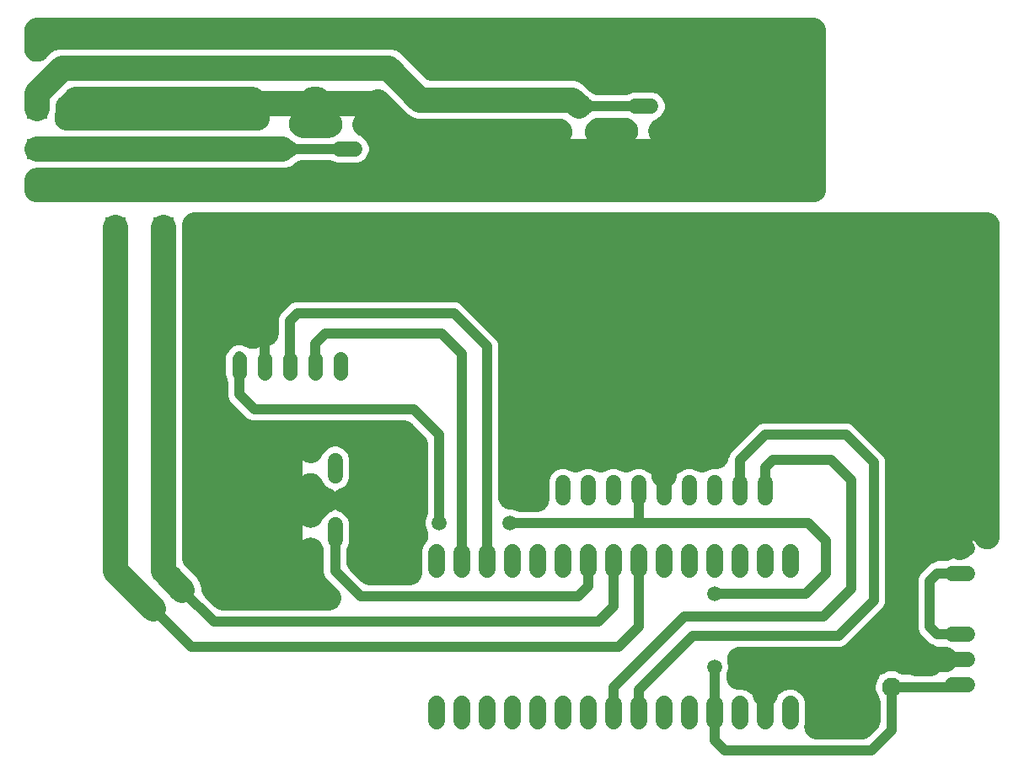
<source format=gbr>
G04 EAGLE Gerber RS-274X export*
G75*
%MOMM*%
%FSLAX34Y34*%
%LPD*%
%INBottom Copper*%
%IPPOS*%
%AMOC8*
5,1,8,0,0,1.08239X$1,22.5*%
G01*
%ADD10C,1.524000*%
%ADD11C,1.676400*%
%ADD12C,1.408000*%
%ADD13P,2.089446X8X112.500000*%
%ADD14C,1.930400*%
%ADD15C,1.016000*%
%ADD16C,0.756400*%
%ADD17C,1.500000*%
%ADD18C,2.540000*%
%ADD19R,2.000000X2.000000*%

G36*
X851330Y64523D02*
X851330Y64523D01*
X851489Y64521D01*
X851832Y64543D01*
X852177Y64557D01*
X852335Y64576D01*
X852494Y64586D01*
X852835Y64635D01*
X853178Y64676D01*
X853334Y64708D01*
X853491Y64731D01*
X853827Y64807D01*
X854166Y64875D01*
X854319Y64919D01*
X854474Y64954D01*
X854803Y65057D01*
X855135Y65151D01*
X855284Y65207D01*
X855436Y65255D01*
X855755Y65383D01*
X856079Y65504D01*
X856223Y65571D01*
X856371Y65630D01*
X856680Y65784D01*
X856992Y65930D01*
X857131Y66008D01*
X857273Y66079D01*
X857569Y66257D01*
X857869Y66427D01*
X858001Y66516D01*
X858137Y66598D01*
X858418Y66799D01*
X858703Y66992D01*
X858828Y67092D01*
X858957Y67184D01*
X859221Y67406D01*
X859490Y67622D01*
X859606Y67731D01*
X859728Y67833D01*
X860150Y68236D01*
X866484Y74570D01*
X866592Y74687D01*
X866706Y74798D01*
X866933Y75057D01*
X867168Y75310D01*
X867266Y75435D01*
X867371Y75555D01*
X867578Y75832D01*
X867790Y76103D01*
X867878Y76235D01*
X867974Y76363D01*
X868158Y76655D01*
X868349Y76942D01*
X868426Y77081D01*
X868511Y77215D01*
X868671Y77521D01*
X868838Y77822D01*
X868904Y77967D01*
X868978Y78108D01*
X869114Y78425D01*
X869257Y78739D01*
X869311Y78889D01*
X869374Y79035D01*
X869484Y79362D01*
X869601Y79686D01*
X869644Y79839D01*
X869694Y79990D01*
X869778Y80326D01*
X869870Y80657D01*
X869900Y80813D01*
X869938Y80968D01*
X869995Y81309D01*
X870060Y81647D01*
X870078Y81805D01*
X870104Y81962D01*
X870133Y82305D01*
X870171Y82649D01*
X870176Y82808D01*
X870190Y82966D01*
X870203Y83550D01*
X870203Y101298D01*
X870203Y101307D01*
X870203Y101316D01*
X870183Y101804D01*
X870163Y102305D01*
X870162Y102315D01*
X870162Y102323D01*
X870105Y102794D01*
X870044Y103306D01*
X870042Y103314D01*
X870041Y103323D01*
X869942Y103811D01*
X869845Y104294D01*
X869843Y104302D01*
X869841Y104311D01*
X869708Y104775D01*
X869569Y105263D01*
X869565Y105271D01*
X869563Y105280D01*
X869390Y105741D01*
X869216Y106207D01*
X869212Y106215D01*
X869209Y106223D01*
X868998Y106675D01*
X868790Y107120D01*
X868786Y107128D01*
X868782Y107136D01*
X868502Y107648D01*
X866705Y110761D01*
X865631Y114767D01*
X865631Y118913D01*
X866705Y122919D01*
X867965Y125101D01*
X868179Y125509D01*
X868395Y125914D01*
X868413Y125954D01*
X868433Y125993D01*
X868615Y126417D01*
X868798Y126837D01*
X868813Y126879D01*
X868830Y126920D01*
X868977Y127356D01*
X869127Y127790D01*
X869138Y127833D01*
X869152Y127874D01*
X869264Y128320D01*
X869379Y128766D01*
X869387Y128810D01*
X869397Y128852D01*
X869473Y129303D01*
X869522Y129585D01*
X869891Y129629D01*
X870296Y129671D01*
X870390Y129689D01*
X870485Y129700D01*
X870885Y129781D01*
X871286Y129855D01*
X871379Y129880D01*
X871473Y129899D01*
X871866Y130011D01*
X872260Y130117D01*
X872350Y130149D01*
X872442Y130175D01*
X872826Y130318D01*
X873209Y130455D01*
X873296Y130494D01*
X873387Y130528D01*
X873757Y130700D01*
X874129Y130867D01*
X874244Y130928D01*
X874300Y130954D01*
X874380Y130999D01*
X874645Y131139D01*
X874646Y131139D01*
X874910Y131300D01*
X875177Y131451D01*
X875339Y131561D01*
X875507Y131663D01*
X875756Y131844D01*
X876011Y132016D01*
X876164Y132139D01*
X876323Y132254D01*
X876557Y132453D01*
X876798Y132646D01*
X876941Y132780D01*
X877090Y132907D01*
X877308Y133125D01*
X877419Y133229D01*
X877617Y133159D01*
X877720Y133132D01*
X877820Y133098D01*
X878208Y133001D01*
X878591Y132899D01*
X878695Y132880D01*
X878798Y132854D01*
X879191Y132788D01*
X879582Y132717D01*
X879688Y132706D01*
X879792Y132688D01*
X880189Y132654D01*
X880585Y132614D01*
X880690Y132611D01*
X880796Y132602D01*
X881380Y132589D01*
X881486Y132593D01*
X881592Y132591D01*
X881989Y132613D01*
X882387Y132629D01*
X882493Y132641D01*
X882598Y132647D01*
X882993Y132701D01*
X883388Y132748D01*
X883492Y132769D01*
X883597Y132784D01*
X883985Y132869D01*
X884376Y132947D01*
X884478Y132976D01*
X884581Y132999D01*
X884961Y133114D01*
X885345Y133223D01*
X885345Y133224D01*
X885393Y133179D01*
X885530Y133038D01*
X885761Y132835D01*
X885986Y132625D01*
X886140Y132503D01*
X886287Y132373D01*
X886534Y132189D01*
X886775Y131997D01*
X886937Y131888D01*
X887094Y131770D01*
X887355Y131606D01*
X887611Y131434D01*
X887869Y131283D01*
X887947Y131233D01*
X887948Y131233D01*
X888002Y131205D01*
X888114Y131139D01*
X888115Y131139D01*
X888480Y130954D01*
X888840Y130766D01*
X888929Y130728D01*
X889015Y130685D01*
X889392Y130530D01*
X889767Y130370D01*
X889858Y130340D01*
X889947Y130303D01*
X890335Y130180D01*
X890723Y130050D01*
X890816Y130026D01*
X890907Y129997D01*
X891303Y129905D01*
X891701Y129806D01*
X891795Y129790D01*
X891889Y129768D01*
X892292Y129707D01*
X892695Y129640D01*
X892790Y129632D01*
X892885Y129618D01*
X893293Y129589D01*
X893699Y129554D01*
X893828Y129551D01*
X893890Y129547D01*
X893984Y129547D01*
X894282Y129541D01*
X900260Y129541D01*
X900290Y129525D01*
X900639Y129334D01*
X900736Y129291D01*
X900830Y129242D01*
X901197Y129085D01*
X901560Y128923D01*
X901659Y128888D01*
X901757Y128846D01*
X902135Y128719D01*
X902509Y128587D01*
X902612Y128560D01*
X902713Y128526D01*
X903100Y128429D01*
X903483Y128327D01*
X903587Y128308D01*
X903690Y128282D01*
X904084Y128216D01*
X904474Y128145D01*
X904580Y128134D01*
X904684Y128116D01*
X905081Y128082D01*
X905477Y128042D01*
X905583Y128039D01*
X905689Y128030D01*
X906272Y128017D01*
X919818Y128017D01*
X920252Y128034D01*
X920684Y128046D01*
X920754Y128054D01*
X920825Y128057D01*
X921256Y128108D01*
X921685Y128155D01*
X921755Y128168D01*
X921825Y128176D01*
X922251Y128262D01*
X922676Y128342D01*
X922744Y128361D01*
X922813Y128375D01*
X923230Y128494D01*
X923648Y128608D01*
X923714Y128632D01*
X923782Y128651D01*
X924188Y128803D01*
X924596Y128950D01*
X924660Y128979D01*
X924727Y129004D01*
X925119Y129187D01*
X925514Y129366D01*
X925576Y129400D01*
X925640Y129430D01*
X926016Y129643D01*
X926396Y129853D01*
X926455Y129892D01*
X926516Y129927D01*
X926875Y130170D01*
X927236Y130409D01*
X927292Y130452D01*
X927351Y130492D01*
X927689Y130763D01*
X928030Y131030D01*
X928082Y131077D01*
X928138Y131122D01*
X928453Y131418D01*
X928772Y131711D01*
X928821Y131763D01*
X928872Y131812D01*
X929117Y132081D01*
X935070Y132081D01*
X935197Y132086D01*
X935318Y132083D01*
X935580Y132099D01*
X935851Y132105D01*
X935964Y132116D01*
X936077Y132121D01*
X936202Y132136D01*
X936324Y132143D01*
X936585Y132179D01*
X936854Y132206D01*
X936965Y132227D01*
X937078Y132240D01*
X937200Y132265D01*
X937322Y132282D01*
X937581Y132339D01*
X937845Y132387D01*
X937996Y132425D01*
X938065Y132439D01*
X938154Y132464D01*
X938228Y132483D01*
X938306Y132500D01*
X938341Y132511D01*
X938411Y132528D01*
X938412Y132528D01*
X938722Y132626D01*
X939035Y132715D01*
X939150Y132758D01*
X939269Y132795D01*
X939320Y132815D01*
X939373Y132832D01*
X939676Y132955D01*
X939979Y133068D01*
X940090Y133119D01*
X940206Y133166D01*
X940256Y133190D01*
X940307Y133211D01*
X940602Y133358D01*
X940892Y133494D01*
X940997Y133553D01*
X941111Y133609D01*
X941159Y133638D01*
X941208Y133662D01*
X941492Y133834D01*
X941768Y133991D01*
X941868Y134059D01*
X941978Y134123D01*
X942023Y134155D01*
X942070Y134184D01*
X942341Y134378D01*
X942603Y134556D01*
X942696Y134631D01*
X942801Y134705D01*
X942843Y134740D01*
X942888Y134772D01*
X943144Y134989D01*
X943390Y135186D01*
X943477Y135267D01*
X943576Y135349D01*
X943615Y135388D01*
X943657Y135423D01*
X943896Y135661D01*
X944124Y135875D01*
X944204Y135963D01*
X944297Y136053D01*
X944333Y136095D01*
X944372Y136134D01*
X944593Y136391D01*
X944802Y136621D01*
X944874Y136714D01*
X944959Y136812D01*
X944992Y136857D01*
X945028Y136899D01*
X945229Y137174D01*
X945418Y137419D01*
X945482Y137516D01*
X945560Y137622D01*
X945589Y137668D01*
X945622Y137713D01*
X945801Y138004D01*
X945969Y138262D01*
X946025Y138364D01*
X946095Y138476D01*
X946120Y138525D01*
X946149Y138572D01*
X946305Y138878D01*
X946452Y139147D01*
X946498Y139252D01*
X946560Y139370D01*
X946581Y139421D01*
X946606Y139470D01*
X946738Y139789D01*
X946862Y140065D01*
X946863Y140068D01*
X946901Y140175D01*
X946953Y140298D01*
X946970Y140350D01*
X946991Y140401D01*
X947097Y140730D01*
X947199Y141018D01*
X947229Y141128D01*
X947271Y141254D01*
X947284Y141307D01*
X947301Y141360D01*
X947381Y141697D01*
X947459Y141991D01*
X947480Y142103D01*
X947512Y142233D01*
X947521Y142287D01*
X947533Y142341D01*
X947586Y142683D01*
X947641Y142982D01*
X947653Y143096D01*
X947675Y143227D01*
X947679Y143282D01*
X947688Y143336D01*
X947713Y143682D01*
X947744Y143985D01*
X947747Y144099D01*
X947758Y144231D01*
X947758Y144286D01*
X947762Y144341D01*
X947761Y144688D01*
X947768Y144992D01*
X947761Y145106D01*
X947762Y145239D01*
X947757Y145294D01*
X947757Y145349D01*
X947728Y145693D01*
X947711Y145998D01*
X947695Y146112D01*
X947685Y146244D01*
X947677Y146299D01*
X947672Y146353D01*
X947616Y146693D01*
X947574Y146997D01*
X947550Y147109D01*
X947529Y147240D01*
X947517Y147293D01*
X947508Y147348D01*
X947425Y147682D01*
X947359Y147981D01*
X947326Y148091D01*
X947295Y148220D01*
X947278Y148272D01*
X947265Y148326D01*
X947156Y148651D01*
X947067Y148946D01*
X947025Y149053D01*
X946984Y149178D01*
X946963Y149229D01*
X946945Y149281D01*
X946811Y149597D01*
X946699Y149884D01*
X946648Y149988D01*
X946598Y150109D01*
X946573Y150158D01*
X946551Y150209D01*
X946393Y150511D01*
X946257Y150790D01*
X946198Y150890D01*
X946139Y151006D01*
X946110Y151053D01*
X946084Y151102D01*
X945904Y151390D01*
X945746Y151658D01*
X945678Y151754D01*
X945610Y151864D01*
X945578Y151909D01*
X945548Y151955D01*
X945346Y152227D01*
X945167Y152483D01*
X945092Y152573D01*
X945015Y152678D01*
X944980Y152719D01*
X944947Y152764D01*
X944724Y153018D01*
X944524Y153259D01*
X944442Y153344D01*
X944358Y153441D01*
X944319Y153480D01*
X944282Y153522D01*
X944041Y153756D01*
X943822Y153982D01*
X943733Y154060D01*
X943642Y154150D01*
X943600Y154186D01*
X943560Y154224D01*
X943303Y154438D01*
X943065Y154647D01*
X942969Y154718D01*
X942872Y154801D01*
X942827Y154833D01*
X942785Y154868D01*
X942512Y155060D01*
X942257Y155250D01*
X942156Y155314D01*
X942053Y155388D01*
X942006Y155416D01*
X941961Y155448D01*
X941674Y155617D01*
X941404Y155787D01*
X941298Y155843D01*
X941190Y155908D01*
X941140Y155932D01*
X941093Y155960D01*
X940796Y156106D01*
X940512Y156254D01*
X940400Y156302D01*
X940288Y156358D01*
X940237Y156379D01*
X940187Y156403D01*
X939881Y156523D01*
X939585Y156650D01*
X939469Y156689D01*
X939354Y156735D01*
X939301Y156752D01*
X939250Y156772D01*
X938937Y156867D01*
X938629Y156970D01*
X938510Y157000D01*
X938392Y157037D01*
X938322Y157055D01*
X938286Y157066D01*
X938208Y157083D01*
X937825Y157177D01*
X937738Y157193D01*
X937652Y157214D01*
X937475Y157244D01*
X937302Y157282D01*
X937067Y157314D01*
X936833Y157356D01*
X936745Y157365D01*
X936658Y157380D01*
X936479Y157395D01*
X936303Y157419D01*
X936069Y157433D01*
X935831Y157457D01*
X935742Y157458D01*
X935654Y157466D01*
X935386Y157472D01*
X935297Y157477D01*
X935229Y157476D01*
X935070Y157479D01*
X927387Y157479D01*
X927144Y157657D01*
X926775Y157930D01*
X926738Y157953D01*
X926702Y157980D01*
X926308Y158221D01*
X925920Y158463D01*
X925881Y158484D01*
X925843Y158507D01*
X925433Y158716D01*
X925025Y158927D01*
X924973Y158950D01*
X924945Y158965D01*
X924878Y158992D01*
X924491Y159163D01*
X920769Y160705D01*
X910005Y171469D01*
X908303Y175577D01*
X908303Y225743D01*
X910005Y229851D01*
X920769Y240615D01*
X924491Y242157D01*
X924909Y242350D01*
X925327Y242539D01*
X925366Y242561D01*
X925406Y242579D01*
X925807Y242804D01*
X926209Y243027D01*
X926247Y243051D01*
X926285Y243073D01*
X926667Y243329D01*
X927050Y243583D01*
X927085Y243610D01*
X927122Y243634D01*
X927382Y243841D01*
X935070Y243841D01*
X935325Y243851D01*
X935581Y243851D01*
X935829Y243871D01*
X936077Y243881D01*
X936331Y243911D01*
X936586Y243931D01*
X936831Y243971D01*
X937078Y244000D01*
X937328Y244051D01*
X937581Y244091D01*
X937995Y244185D01*
X938065Y244199D01*
X938066Y244199D01*
X938067Y244199D01*
X938095Y244207D01*
X938150Y244220D01*
X938151Y244220D01*
X938593Y244349D01*
X939036Y244476D01*
X939077Y244491D01*
X939118Y244503D01*
X939547Y244666D01*
X939980Y244828D01*
X940020Y244846D01*
X940060Y244862D01*
X940476Y245059D01*
X940893Y245254D01*
X940931Y245275D01*
X940970Y245294D01*
X941369Y245524D01*
X941770Y245751D01*
X941806Y245776D01*
X941844Y245797D01*
X942223Y246058D01*
X942604Y246316D01*
X942638Y246344D01*
X942674Y246368D01*
X943032Y246658D01*
X943215Y246805D01*
X943442Y246657D01*
X943536Y246606D01*
X943625Y246549D01*
X943978Y246365D01*
X944327Y246174D01*
X944424Y246131D01*
X944518Y246082D01*
X944885Y245925D01*
X945247Y245763D01*
X945347Y245728D01*
X945445Y245686D01*
X945823Y245559D01*
X946197Y245427D01*
X946300Y245400D01*
X946400Y245366D01*
X946788Y245269D01*
X947171Y245167D01*
X947275Y245148D01*
X947378Y245122D01*
X947771Y245056D01*
X948162Y244985D01*
X948268Y244974D01*
X948372Y244956D01*
X948769Y244922D01*
X949165Y244882D01*
X949270Y244879D01*
X949376Y244870D01*
X949960Y244857D01*
X950066Y244861D01*
X950172Y244859D01*
X950569Y244881D01*
X950967Y244897D01*
X951073Y244909D01*
X951178Y244915D01*
X951573Y244969D01*
X951968Y245016D01*
X952072Y245037D01*
X952177Y245052D01*
X952565Y245137D01*
X952956Y245215D01*
X953058Y245244D01*
X953161Y245267D01*
X953541Y245382D01*
X953925Y245491D01*
X954024Y245529D01*
X954126Y245559D01*
X954496Y245705D01*
X954869Y245844D01*
X954965Y245889D01*
X955064Y245927D01*
X955422Y246102D01*
X955782Y246270D01*
X955874Y246322D01*
X955970Y246369D01*
X956314Y246571D01*
X956659Y246767D01*
X956746Y246827D01*
X956838Y246880D01*
X957163Y247109D01*
X957493Y247332D01*
X957576Y247399D01*
X957663Y247459D01*
X957969Y247713D01*
X958280Y247962D01*
X958358Y248035D01*
X958439Y248102D01*
X958724Y248379D01*
X959015Y248652D01*
X959086Y248730D01*
X959162Y248804D01*
X959425Y249103D01*
X959692Y249398D01*
X959757Y249481D01*
X959827Y249561D01*
X960066Y249881D01*
X960308Y250195D01*
X960366Y250284D01*
X960430Y250369D01*
X960642Y250706D01*
X960859Y251039D01*
X960910Y251132D01*
X960967Y251222D01*
X961151Y251574D01*
X961342Y251923D01*
X961385Y252020D01*
X961434Y252114D01*
X961591Y252481D01*
X961753Y252844D01*
X961788Y252943D01*
X961830Y253041D01*
X961957Y253419D01*
X962089Y253793D01*
X962117Y253896D01*
X962150Y253997D01*
X962247Y254384D01*
X962349Y254767D01*
X962368Y254871D01*
X962394Y254974D01*
X962460Y255368D01*
X962531Y255758D01*
X962542Y255864D01*
X962560Y255968D01*
X962594Y256365D01*
X962634Y256761D01*
X962637Y256867D01*
X962646Y256973D01*
X962659Y257556D01*
X962659Y265340D01*
X963237Y265006D01*
X964294Y264196D01*
X965236Y263254D01*
X966046Y262197D01*
X966142Y262032D01*
X966251Y261859D01*
X966351Y261682D01*
X966519Y261434D01*
X966680Y261180D01*
X966802Y261016D01*
X966916Y260848D01*
X967104Y260614D01*
X967284Y260373D01*
X967419Y260220D01*
X967546Y260061D01*
X967751Y259842D01*
X967950Y259617D01*
X968096Y259475D01*
X968236Y259327D01*
X968458Y259125D01*
X968674Y258915D01*
X968831Y258786D01*
X968982Y258649D01*
X969219Y258465D01*
X969451Y258274D01*
X969618Y258157D01*
X969779Y258033D01*
X970030Y257868D01*
X970277Y257696D01*
X970452Y257593D01*
X970623Y257482D01*
X970886Y257338D01*
X971146Y257186D01*
X971329Y257097D01*
X971507Y256999D01*
X971781Y256877D01*
X972052Y256746D01*
X972242Y256671D01*
X972428Y256588D01*
X972711Y256488D01*
X972991Y256379D01*
X973186Y256320D01*
X973377Y256252D01*
X973668Y256174D01*
X973955Y256088D01*
X974154Y256044D01*
X974351Y255992D01*
X974647Y255937D01*
X974940Y255874D01*
X975142Y255846D01*
X975342Y255810D01*
X975641Y255779D01*
X975939Y255739D01*
X976142Y255727D01*
X976345Y255707D01*
X976645Y255700D01*
X976945Y255683D01*
X977149Y255688D01*
X977352Y255684D01*
X977652Y255700D01*
X977953Y255708D01*
X978155Y255729D01*
X978358Y255740D01*
X978656Y255781D01*
X978955Y255812D01*
X979155Y255849D01*
X979357Y255877D01*
X979650Y255941D01*
X979946Y255996D01*
X980142Y256048D01*
X980341Y256092D01*
X980629Y256179D01*
X980919Y256257D01*
X981111Y256325D01*
X981306Y256384D01*
X981586Y256494D01*
X981868Y256595D01*
X982054Y256678D01*
X982244Y256752D01*
X982514Y256884D01*
X982788Y257007D01*
X982967Y257105D01*
X983150Y257194D01*
X983409Y257346D01*
X983672Y257491D01*
X983842Y257602D01*
X984018Y257705D01*
X984264Y257878D01*
X984515Y258043D01*
X984676Y258167D01*
X984843Y258284D01*
X985074Y258476D01*
X985312Y258660D01*
X985463Y258798D01*
X985619Y258927D01*
X985834Y259136D01*
X986057Y259339D01*
X986196Y259487D01*
X986342Y259629D01*
X986541Y259855D01*
X986746Y260074D01*
X986872Y260233D01*
X987007Y260386D01*
X987187Y260627D01*
X987374Y260862D01*
X987488Y261031D01*
X987610Y261194D01*
X987770Y261448D01*
X987938Y261697D01*
X988038Y261874D01*
X988147Y262047D01*
X988286Y262313D01*
X988434Y262574D01*
X988520Y262759D01*
X988614Y262939D01*
X988732Y263216D01*
X988859Y263488D01*
X988930Y263679D01*
X989010Y263866D01*
X989105Y264151D01*
X989210Y264433D01*
X989265Y264628D01*
X989330Y264822D01*
X989403Y265113D01*
X989485Y265402D01*
X989525Y265601D01*
X989574Y265799D01*
X989624Y266096D01*
X989682Y266390D01*
X989706Y266593D01*
X989740Y266793D01*
X989765Y267093D01*
X989801Y267391D01*
X989808Y267595D01*
X989826Y267798D01*
X989839Y268381D01*
X989839Y581660D01*
X989835Y581766D01*
X989837Y581872D01*
X989815Y582269D01*
X989799Y582667D01*
X989787Y582772D01*
X989781Y582878D01*
X989727Y583273D01*
X989680Y583668D01*
X989659Y583772D01*
X989644Y583877D01*
X989559Y584265D01*
X989481Y584656D01*
X989452Y584758D01*
X989429Y584861D01*
X989314Y585241D01*
X989205Y585625D01*
X989167Y585724D01*
X989137Y585826D01*
X988991Y586196D01*
X988852Y586569D01*
X988807Y586665D01*
X988769Y586764D01*
X988594Y587122D01*
X988426Y587482D01*
X988374Y587574D01*
X988327Y587670D01*
X988125Y588013D01*
X987929Y588359D01*
X987869Y588446D01*
X987816Y588538D01*
X987587Y588864D01*
X987364Y589193D01*
X987297Y589276D01*
X987237Y589363D01*
X986983Y589668D01*
X986734Y589980D01*
X986661Y590058D01*
X986594Y590139D01*
X986317Y590424D01*
X986044Y590714D01*
X985966Y590786D01*
X985892Y590862D01*
X985593Y591125D01*
X985298Y591392D01*
X985215Y591457D01*
X985135Y591527D01*
X984815Y591765D01*
X984501Y592008D01*
X984412Y592066D01*
X984327Y592130D01*
X983990Y592342D01*
X983657Y592559D01*
X983564Y592610D01*
X983474Y592667D01*
X983122Y592851D01*
X982773Y593042D01*
X982676Y593085D01*
X982582Y593134D01*
X982215Y593291D01*
X981852Y593453D01*
X981753Y593488D01*
X981655Y593530D01*
X981277Y593657D01*
X980903Y593789D01*
X980800Y593816D01*
X980699Y593850D01*
X980312Y593947D01*
X979929Y594049D01*
X979825Y594068D01*
X979722Y594094D01*
X979328Y594160D01*
X978938Y594231D01*
X978832Y594242D01*
X978728Y594260D01*
X978331Y594294D01*
X977935Y594334D01*
X977829Y594337D01*
X977723Y594346D01*
X977140Y594359D01*
X181356Y594359D01*
X181250Y594355D01*
X181144Y594357D01*
X180747Y594335D01*
X180349Y594319D01*
X180244Y594307D01*
X180138Y594301D01*
X179743Y594247D01*
X179348Y594200D01*
X179244Y594179D01*
X179139Y594164D01*
X178751Y594079D01*
X178360Y594001D01*
X178258Y593972D01*
X178155Y593949D01*
X177775Y593834D01*
X177391Y593725D01*
X177292Y593687D01*
X177190Y593657D01*
X176820Y593511D01*
X176447Y593372D01*
X176351Y593327D01*
X176252Y593289D01*
X175894Y593114D01*
X175534Y592946D01*
X175442Y592894D01*
X175346Y592847D01*
X175003Y592645D01*
X174657Y592449D01*
X174570Y592389D01*
X174478Y592335D01*
X174152Y592107D01*
X173823Y591884D01*
X173740Y591817D01*
X173653Y591757D01*
X173348Y591503D01*
X173036Y591254D01*
X172958Y591181D01*
X172877Y591114D01*
X172592Y590837D01*
X172302Y590564D01*
X172230Y590486D01*
X172154Y590412D01*
X171891Y590113D01*
X171624Y589818D01*
X171559Y589734D01*
X171489Y589655D01*
X171251Y589335D01*
X171008Y589021D01*
X170950Y588932D01*
X170886Y588847D01*
X170674Y588510D01*
X170457Y588177D01*
X170406Y588084D01*
X170349Y587994D01*
X170165Y587642D01*
X169974Y587293D01*
X169931Y587196D01*
X169882Y587102D01*
X169725Y586735D01*
X169563Y586372D01*
X169528Y586273D01*
X169486Y586175D01*
X169359Y585797D01*
X169227Y585423D01*
X169200Y585320D01*
X169166Y585219D01*
X169069Y584832D01*
X168967Y584449D01*
X168948Y584345D01*
X168922Y584242D01*
X168856Y583848D01*
X168785Y583458D01*
X168774Y583352D01*
X168756Y583248D01*
X168722Y582851D01*
X168682Y582455D01*
X168679Y582349D01*
X168670Y582243D01*
X168657Y581660D01*
X168657Y246726D01*
X168663Y246567D01*
X168661Y246408D01*
X168683Y246064D01*
X168697Y245719D01*
X168716Y245561D01*
X168726Y245402D01*
X168775Y245061D01*
X168816Y244719D01*
X168848Y244562D01*
X168871Y244405D01*
X168947Y244069D01*
X169015Y243731D01*
X169059Y243577D01*
X169094Y243422D01*
X169197Y243093D01*
X169291Y242761D01*
X169347Y242612D01*
X169395Y242460D01*
X169523Y242141D01*
X169644Y241817D01*
X169711Y241673D01*
X169770Y241525D01*
X169924Y241216D01*
X170070Y240904D01*
X170148Y240766D01*
X170219Y240623D01*
X170397Y240327D01*
X170567Y240028D01*
X170656Y239896D01*
X170738Y239759D01*
X170939Y239478D01*
X171132Y239193D01*
X171232Y239069D01*
X171324Y238939D01*
X171546Y238676D01*
X171762Y238406D01*
X171871Y238290D01*
X171973Y238168D01*
X172376Y237746D01*
X183951Y226172D01*
X186426Y221885D01*
X187707Y217105D01*
X187707Y216900D01*
X187711Y216796D01*
X187709Y216696D01*
X187712Y216641D01*
X187711Y216582D01*
X187733Y216238D01*
X187747Y215893D01*
X187760Y215780D01*
X187765Y215689D01*
X187772Y215644D01*
X187776Y215576D01*
X187825Y215235D01*
X187866Y214892D01*
X187891Y214771D01*
X187902Y214691D01*
X187910Y214655D01*
X187921Y214579D01*
X187997Y214243D01*
X188065Y213904D01*
X188102Y213776D01*
X188117Y213706D01*
X188125Y213680D01*
X188144Y213596D01*
X188247Y213267D01*
X188341Y212935D01*
X188391Y212801D01*
X188409Y212742D01*
X188417Y212724D01*
X188445Y212634D01*
X188573Y212315D01*
X188694Y211991D01*
X188758Y211852D01*
X188777Y211804D01*
X188782Y211794D01*
X188820Y211699D01*
X188974Y211390D01*
X189120Y211078D01*
X189198Y210940D01*
X189208Y210920D01*
X189219Y210898D01*
X189220Y210895D01*
X189269Y210797D01*
X189447Y210501D01*
X189617Y210201D01*
X189706Y210069D01*
X189788Y209933D01*
X189989Y209653D01*
X190182Y209367D01*
X190282Y209242D01*
X190374Y209113D01*
X190596Y208850D01*
X190812Y208580D01*
X190921Y208464D01*
X191023Y208342D01*
X191426Y207920D01*
X201570Y197776D01*
X201687Y197668D01*
X201798Y197554D01*
X202057Y197326D01*
X202310Y197093D01*
X202435Y196994D01*
X202555Y196889D01*
X202832Y196682D01*
X203103Y196470D01*
X203235Y196382D01*
X203363Y196286D01*
X203655Y196102D01*
X203942Y195911D01*
X204081Y195834D01*
X204215Y195749D01*
X204521Y195589D01*
X204822Y195422D01*
X204967Y195356D01*
X205108Y195282D01*
X205426Y195146D01*
X205739Y195003D01*
X205889Y194949D01*
X206035Y194886D01*
X206362Y194776D01*
X206686Y194659D01*
X206839Y194616D01*
X206990Y194566D01*
X207326Y194482D01*
X207657Y194390D01*
X207814Y194360D01*
X207968Y194322D01*
X208308Y194265D01*
X208647Y194200D01*
X208805Y194182D01*
X208962Y194156D01*
X209305Y194127D01*
X209649Y194089D01*
X209808Y194084D01*
X209966Y194070D01*
X210550Y194057D01*
X315738Y194057D01*
X315791Y194059D01*
X315844Y194057D01*
X316294Y194079D01*
X316745Y194097D01*
X316798Y194103D01*
X316851Y194106D01*
X317296Y194163D01*
X317746Y194216D01*
X317798Y194227D01*
X317851Y194234D01*
X318290Y194326D01*
X318734Y194415D01*
X318785Y194430D01*
X318837Y194441D01*
X319267Y194567D01*
X319703Y194691D01*
X319753Y194710D01*
X319804Y194725D01*
X320223Y194885D01*
X320647Y195044D01*
X320695Y195066D01*
X320745Y195085D01*
X321151Y195279D01*
X321560Y195470D01*
X321606Y195496D01*
X321654Y195519D01*
X322045Y195745D01*
X322437Y195967D01*
X322481Y195997D01*
X322527Y196023D01*
X322897Y196279D01*
X323271Y196532D01*
X323313Y196565D01*
X323356Y196595D01*
X323705Y196879D01*
X324058Y197162D01*
X324097Y197198D01*
X324138Y197232D01*
X324464Y197542D01*
X324793Y197852D01*
X324828Y197891D01*
X324867Y197928D01*
X325167Y198264D01*
X325470Y198598D01*
X325503Y198640D01*
X325538Y198679D01*
X325811Y199038D01*
X326087Y199395D01*
X326116Y199439D01*
X326148Y199482D01*
X326391Y199861D01*
X326638Y200239D01*
X326663Y200285D01*
X326692Y200330D01*
X326904Y200727D01*
X327120Y201123D01*
X327142Y201172D01*
X327167Y201219D01*
X327347Y201632D01*
X327531Y202044D01*
X327549Y202094D01*
X327570Y202142D01*
X327717Y202570D01*
X327867Y202993D01*
X327881Y203045D01*
X327898Y203095D01*
X328012Y203533D01*
X328128Y203967D01*
X328137Y204019D01*
X328150Y204071D01*
X328228Y204516D01*
X328310Y204958D01*
X328315Y205011D01*
X328324Y205063D01*
X328367Y205514D01*
X328413Y205961D01*
X328414Y206013D01*
X328419Y206067D01*
X328425Y206518D01*
X328436Y206968D01*
X328433Y207021D01*
X328434Y207074D01*
X328404Y207523D01*
X328379Y207974D01*
X328372Y208027D01*
X328368Y208080D01*
X328304Y208525D01*
X328243Y208973D01*
X328231Y209025D01*
X328224Y209077D01*
X328124Y209517D01*
X328027Y209957D01*
X328012Y210008D01*
X328000Y210060D01*
X327865Y210491D01*
X327735Y210922D01*
X327716Y210971D01*
X327700Y211022D01*
X327531Y211441D01*
X327367Y211860D01*
X327344Y211907D01*
X327324Y211957D01*
X327123Y212361D01*
X326926Y212766D01*
X326899Y212811D01*
X326875Y212859D01*
X326643Y213245D01*
X326414Y213634D01*
X326383Y213677D01*
X326356Y213723D01*
X326094Y214089D01*
X325835Y214459D01*
X325801Y214499D01*
X325770Y214543D01*
X325478Y214889D01*
X325192Y215235D01*
X325155Y215273D01*
X325121Y215314D01*
X324718Y215736D01*
X312851Y227603D01*
X311149Y231711D01*
X311149Y253190D01*
X311149Y253199D01*
X311149Y253208D01*
X311129Y253700D01*
X311109Y254197D01*
X311108Y254206D01*
X311108Y254215D01*
X311050Y254695D01*
X310990Y255198D01*
X310988Y255207D01*
X310987Y255216D01*
X310890Y255695D01*
X310791Y256186D01*
X310788Y256195D01*
X310787Y256203D01*
X310653Y256669D01*
X310515Y257155D01*
X310511Y257163D01*
X310509Y257172D01*
X310337Y257630D01*
X310162Y258099D01*
X310158Y258108D01*
X310155Y258116D01*
X309947Y258560D01*
X309736Y259012D01*
X309732Y259020D01*
X309728Y259028D01*
X309448Y259540D01*
X309035Y260255D01*
X308942Y260452D01*
X308881Y260559D01*
X308826Y260669D01*
X308630Y260996D01*
X308441Y261327D01*
X308372Y261428D01*
X308309Y261534D01*
X308087Y261845D01*
X307873Y262159D01*
X307796Y262254D01*
X307724Y262355D01*
X307479Y262647D01*
X307240Y262943D01*
X307155Y263032D01*
X307076Y263127D01*
X306809Y263398D01*
X306547Y263675D01*
X306456Y263757D01*
X306369Y263845D01*
X306082Y264094D01*
X305798Y264349D01*
X305700Y264424D01*
X305608Y264504D01*
X305301Y264730D01*
X304998Y264962D01*
X304895Y265029D01*
X304796Y265102D01*
X304472Y265303D01*
X304152Y265510D01*
X304044Y265568D01*
X303940Y265633D01*
X303601Y265808D01*
X303265Y265989D01*
X303153Y266038D01*
X303044Y266094D01*
X302692Y266242D01*
X302344Y266396D01*
X302228Y266436D01*
X302114Y266484D01*
X301752Y266602D01*
X301392Y266728D01*
X301274Y266759D01*
X301157Y266798D01*
X300786Y266887D01*
X300418Y266984D01*
X300297Y267006D01*
X300177Y267035D01*
X299801Y267095D01*
X299426Y267162D01*
X299303Y267174D01*
X299182Y267194D01*
X298803Y267224D01*
X298423Y267261D01*
X298300Y267263D01*
X298178Y267273D01*
X297796Y267273D01*
X297415Y267280D01*
X297293Y267273D01*
X297170Y267272D01*
X296789Y267242D01*
X296409Y267219D01*
X296288Y267202D01*
X296165Y267192D01*
X295789Y267132D01*
X295411Y267078D01*
X295291Y267052D01*
X295170Y267032D01*
X294801Y266942D01*
X294428Y266859D01*
X294310Y266823D01*
X294191Y266794D01*
X293829Y266675D01*
X293465Y266563D01*
X293351Y266517D01*
X293234Y266479D01*
X292882Y266331D01*
X292528Y266191D01*
X292418Y266136D01*
X292305Y266089D01*
X291967Y265914D01*
X291624Y265746D01*
X291518Y265683D01*
X291409Y265626D01*
X291086Y265425D01*
X290758Y265230D01*
X290658Y265159D01*
X290553Y265094D01*
X290247Y264868D01*
X289936Y264648D01*
X289841Y264569D01*
X289813Y264548D01*
X289813Y280035D01*
X290078Y279820D01*
X290179Y279751D01*
X290276Y279675D01*
X290595Y279465D01*
X290909Y279249D01*
X291015Y279188D01*
X291118Y279120D01*
X291451Y278937D01*
X291782Y278746D01*
X291893Y278693D01*
X292000Y278634D01*
X292347Y278478D01*
X292692Y278314D01*
X292807Y278270D01*
X292919Y278220D01*
X293278Y278091D01*
X293634Y277955D01*
X293751Y277921D01*
X293867Y277879D01*
X294235Y277779D01*
X294601Y277672D01*
X294721Y277647D01*
X294840Y277615D01*
X295214Y277545D01*
X295588Y277467D01*
X295709Y277451D01*
X295830Y277429D01*
X296210Y277388D01*
X296587Y277340D01*
X296710Y277335D01*
X296832Y277322D01*
X297213Y277311D01*
X297594Y277294D01*
X297717Y277298D01*
X297840Y277294D01*
X298220Y277314D01*
X298601Y277327D01*
X298723Y277340D01*
X298846Y277347D01*
X299224Y277397D01*
X299603Y277440D01*
X299723Y277463D01*
X299845Y277479D01*
X300217Y277559D01*
X300592Y277632D01*
X300710Y277664D01*
X300830Y277690D01*
X301196Y277799D01*
X301563Y277901D01*
X301678Y277943D01*
X301796Y277979D01*
X302151Y278116D01*
X302509Y278247D01*
X302621Y278298D01*
X302736Y278343D01*
X303078Y278508D01*
X303425Y278667D01*
X303533Y278727D01*
X303643Y278780D01*
X303973Y278973D01*
X304305Y279158D01*
X304407Y279226D01*
X304514Y279288D01*
X304826Y279506D01*
X305144Y279718D01*
X305240Y279794D01*
X305341Y279864D01*
X305635Y280105D01*
X305935Y280342D01*
X306025Y280426D01*
X306120Y280503D01*
X306394Y280767D01*
X306674Y281027D01*
X306757Y281117D01*
X306846Y281202D01*
X307098Y281488D01*
X307357Y281768D01*
X307432Y281865D01*
X307514Y281957D01*
X307743Y282261D01*
X307978Y282561D01*
X308046Y282664D01*
X308120Y282762D01*
X308325Y283084D01*
X308535Y283401D01*
X308595Y283509D01*
X308660Y283612D01*
X308839Y283949D01*
X309024Y284283D01*
X309063Y284369D01*
X311350Y288330D01*
X313904Y290884D01*
X317126Y292744D01*
X317410Y292833D01*
X317598Y292908D01*
X317791Y292975D01*
X318066Y293096D01*
X318345Y293207D01*
X318527Y293298D01*
X318714Y293379D01*
X318978Y293521D01*
X319248Y293655D01*
X319423Y293760D01*
X319602Y293855D01*
X319854Y294018D01*
X320113Y294173D01*
X320279Y294291D01*
X320449Y294401D01*
X320688Y294583D01*
X320933Y294757D01*
X321089Y294888D01*
X321251Y295011D01*
X321475Y295212D01*
X321705Y295405D01*
X321850Y295548D01*
X322002Y295684D01*
X322209Y295901D01*
X322326Y296016D01*
X322386Y295957D01*
X322524Y295808D01*
X322745Y295604D01*
X322960Y295393D01*
X323116Y295263D01*
X323265Y295125D01*
X323502Y294940D01*
X323732Y294747D01*
X323898Y294629D01*
X324058Y294503D01*
X324309Y294337D01*
X324554Y294163D01*
X324729Y294059D01*
X324898Y293946D01*
X325161Y293800D01*
X325419Y293646D01*
X325602Y293556D01*
X325780Y293458D01*
X326054Y293333D01*
X326323Y293200D01*
X326512Y293125D01*
X326697Y293040D01*
X326980Y292938D01*
X327259Y292827D01*
X327453Y292767D01*
X327546Y292733D01*
X330748Y290884D01*
X333302Y288330D01*
X335108Y285202D01*
X336043Y281714D01*
X336043Y262862D01*
X335099Y259342D01*
X334962Y259080D01*
X334735Y258648D01*
X334732Y258640D01*
X334728Y258632D01*
X334525Y258157D01*
X334339Y257722D01*
X334336Y257714D01*
X334332Y257705D01*
X334171Y257225D01*
X334017Y256767D01*
X334015Y256759D01*
X334012Y256750D01*
X333886Y256246D01*
X333772Y255789D01*
X333770Y255781D01*
X333768Y255772D01*
X333686Y255280D01*
X333605Y254796D01*
X333604Y254787D01*
X333602Y254778D01*
X333560Y254279D01*
X333517Y253792D01*
X333517Y253783D01*
X333516Y253774D01*
X333503Y253190D01*
X333503Y243824D01*
X333509Y243665D01*
X333507Y243506D01*
X333529Y243162D01*
X333543Y242817D01*
X333562Y242659D01*
X333572Y242500D01*
X333621Y242159D01*
X333662Y241816D01*
X333694Y241660D01*
X333717Y241503D01*
X333793Y241167D01*
X333861Y240828D01*
X333905Y240675D01*
X333940Y240520D01*
X334043Y240191D01*
X334137Y239859D01*
X334193Y239710D01*
X334241Y239558D01*
X334369Y239238D01*
X334490Y238915D01*
X334557Y238771D01*
X334616Y238623D01*
X334770Y238314D01*
X334916Y238002D01*
X334994Y237864D01*
X335065Y237721D01*
X335243Y237425D01*
X335413Y237125D01*
X335502Y236994D01*
X335584Y236857D01*
X335785Y236576D01*
X335978Y236291D01*
X336078Y236167D01*
X336170Y236037D01*
X336392Y235773D01*
X336608Y235504D01*
X336717Y235388D01*
X336819Y235266D01*
X337222Y234844D01*
X348890Y223176D01*
X349007Y223068D01*
X349118Y222954D01*
X349377Y222726D01*
X349630Y222493D01*
X349755Y222394D01*
X349875Y222289D01*
X350152Y222082D01*
X350423Y221870D01*
X350555Y221782D01*
X350683Y221686D01*
X350974Y221503D01*
X351262Y221311D01*
X351401Y221234D01*
X351535Y221149D01*
X351841Y220989D01*
X352142Y220822D01*
X352287Y220756D01*
X352428Y220682D01*
X352745Y220546D01*
X353059Y220403D01*
X353209Y220349D01*
X353355Y220286D01*
X353682Y220177D01*
X354006Y220059D01*
X354159Y220016D01*
X354310Y219966D01*
X354646Y219882D01*
X354977Y219790D01*
X355134Y219760D01*
X355288Y219722D01*
X355628Y219665D01*
X355967Y219600D01*
X356125Y219582D01*
X356282Y219556D01*
X356625Y219527D01*
X356969Y219489D01*
X357128Y219484D01*
X357286Y219470D01*
X357870Y219457D01*
X397002Y219457D01*
X397108Y219461D01*
X397214Y219459D01*
X397611Y219481D01*
X398009Y219497D01*
X398114Y219509D01*
X398220Y219515D01*
X398615Y219569D01*
X399010Y219616D01*
X399114Y219637D01*
X399219Y219652D01*
X399607Y219737D01*
X399998Y219815D01*
X400100Y219844D01*
X400203Y219867D01*
X400583Y219982D01*
X400967Y220091D01*
X401066Y220129D01*
X401168Y220159D01*
X401538Y220305D01*
X401911Y220444D01*
X402007Y220489D01*
X402106Y220527D01*
X402464Y220702D01*
X402824Y220870D01*
X402916Y220922D01*
X403012Y220969D01*
X403355Y221171D01*
X403701Y221367D01*
X403788Y221427D01*
X403880Y221480D01*
X404206Y221709D01*
X404535Y221932D01*
X404618Y221999D01*
X404705Y222059D01*
X405010Y222313D01*
X405322Y222562D01*
X405400Y222635D01*
X405481Y222702D01*
X405766Y222979D01*
X406056Y223252D01*
X406128Y223330D01*
X406204Y223404D01*
X406467Y223703D01*
X406734Y223998D01*
X406799Y224081D01*
X406869Y224161D01*
X407107Y224481D01*
X407350Y224795D01*
X407408Y224884D01*
X407472Y224969D01*
X407684Y225306D01*
X407901Y225639D01*
X407952Y225732D01*
X408009Y225822D01*
X408193Y226174D01*
X408384Y226523D01*
X408427Y226620D01*
X408476Y226714D01*
X408633Y227081D01*
X408795Y227444D01*
X408830Y227543D01*
X408872Y227641D01*
X408999Y228019D01*
X409131Y228393D01*
X409158Y228496D01*
X409192Y228597D01*
X409289Y228984D01*
X409391Y229367D01*
X409410Y229471D01*
X409436Y229574D01*
X409502Y229968D01*
X409573Y230358D01*
X409584Y230464D01*
X409602Y230568D01*
X409636Y230965D01*
X409676Y231361D01*
X409679Y231467D01*
X409688Y231573D01*
X409701Y232156D01*
X409701Y254128D01*
X410688Y257811D01*
X412628Y261170D01*
X412640Y261184D01*
X412955Y261521D01*
X412983Y261555D01*
X413013Y261587D01*
X413298Y261950D01*
X413584Y262308D01*
X413608Y262345D01*
X413636Y262380D01*
X413891Y262764D01*
X414148Y263144D01*
X414169Y263182D01*
X414194Y263219D01*
X414418Y263621D01*
X414644Y264021D01*
X414662Y264061D01*
X414684Y264099D01*
X414875Y264518D01*
X415069Y264935D01*
X415084Y264976D01*
X415102Y265016D01*
X415259Y265448D01*
X415420Y265879D01*
X415432Y265922D01*
X415447Y265963D01*
X415569Y266406D01*
X415695Y266849D01*
X415703Y266892D01*
X415715Y266934D01*
X415802Y267385D01*
X415892Y267837D01*
X415897Y267881D01*
X415905Y267924D01*
X415956Y268381D01*
X416010Y268838D01*
X416012Y268882D01*
X416017Y268926D01*
X416031Y269385D01*
X416049Y269845D01*
X416047Y269889D01*
X416048Y269933D01*
X416026Y270391D01*
X416007Y270852D01*
X416002Y270895D01*
X416000Y270939D01*
X415942Y271396D01*
X415886Y271852D01*
X415878Y271895D01*
X415872Y271939D01*
X415778Y272386D01*
X415686Y272840D01*
X415674Y272882D01*
X415665Y272925D01*
X415536Y273365D01*
X415408Y273808D01*
X415393Y273850D01*
X415381Y273892D01*
X415216Y274322D01*
X415055Y274752D01*
X415036Y274792D01*
X415020Y274833D01*
X414822Y275248D01*
X414627Y275665D01*
X414600Y275715D01*
X414587Y275743D01*
X414550Y275806D01*
X414347Y276177D01*
X414050Y276692D01*
X413123Y280150D01*
X413123Y283730D01*
X414069Y287260D01*
X414079Y287280D01*
X414094Y287308D01*
X414183Y287471D01*
X414201Y287511D01*
X414311Y287720D01*
X414314Y287728D01*
X414318Y287736D01*
X414515Y288197D01*
X414707Y288646D01*
X414710Y288654D01*
X414714Y288663D01*
X414871Y289132D01*
X415029Y289601D01*
X415031Y289610D01*
X415034Y289618D01*
X415153Y290093D01*
X415274Y290579D01*
X415276Y290587D01*
X415278Y290596D01*
X415360Y291086D01*
X415441Y291572D01*
X415442Y291581D01*
X415444Y291590D01*
X415486Y292080D01*
X415529Y292576D01*
X415529Y292585D01*
X415530Y292594D01*
X415543Y293178D01*
X415543Y360950D01*
X415537Y361109D01*
X415539Y361268D01*
X415517Y361612D01*
X415503Y361957D01*
X415484Y362115D01*
X415474Y362274D01*
X415425Y362615D01*
X415384Y362958D01*
X415352Y363114D01*
X415329Y363271D01*
X415253Y363607D01*
X415185Y363946D01*
X415141Y364099D01*
X415106Y364254D01*
X415003Y364583D01*
X414909Y364915D01*
X414853Y365064D01*
X414805Y365216D01*
X414677Y365536D01*
X414556Y365859D01*
X414489Y366003D01*
X414430Y366151D01*
X414276Y366460D01*
X414130Y366772D01*
X414052Y366910D01*
X413981Y367053D01*
X413803Y367349D01*
X413633Y367649D01*
X413544Y367780D01*
X413462Y367917D01*
X413261Y368198D01*
X413068Y368483D01*
X412968Y368607D01*
X412876Y368737D01*
X412654Y369000D01*
X412438Y369270D01*
X412329Y369386D01*
X412227Y369508D01*
X411824Y369930D01*
X400410Y381344D01*
X400293Y381452D01*
X400182Y381566D01*
X399923Y381794D01*
X399670Y382027D01*
X399545Y382126D01*
X399425Y382231D01*
X399148Y382438D01*
X398877Y382650D01*
X398745Y382738D01*
X398617Y382834D01*
X398326Y383017D01*
X398038Y383209D01*
X397899Y383286D01*
X397765Y383371D01*
X397459Y383531D01*
X397158Y383698D01*
X397013Y383764D01*
X396872Y383838D01*
X396555Y383974D01*
X396241Y384117D01*
X396091Y384171D01*
X395945Y384234D01*
X395618Y384343D01*
X395294Y384461D01*
X395141Y384504D01*
X394990Y384554D01*
X394654Y384638D01*
X394323Y384730D01*
X394166Y384760D01*
X394012Y384798D01*
X393672Y384855D01*
X393333Y384920D01*
X393175Y384938D01*
X393018Y384964D01*
X392675Y384993D01*
X392331Y385031D01*
X392172Y385036D01*
X392014Y385050D01*
X391430Y385063D01*
X239077Y385063D01*
X234969Y386765D01*
X216585Y405149D01*
X214883Y409257D01*
X214883Y422382D01*
X214883Y422391D01*
X214883Y422401D01*
X214863Y422893D01*
X214843Y423389D01*
X214842Y423399D01*
X214842Y423407D01*
X214783Y423891D01*
X214724Y424390D01*
X214722Y424399D01*
X214721Y424408D01*
X214623Y424891D01*
X214525Y425378D01*
X214522Y425387D01*
X214521Y425396D01*
X214384Y425871D01*
X214249Y426347D01*
X214245Y426356D01*
X214243Y426364D01*
X214071Y426822D01*
X213942Y427168D01*
X212923Y430971D01*
X212923Y448509D01*
X213819Y451851D01*
X215586Y454913D01*
X219729Y459055D01*
X223837Y460757D01*
X228283Y460757D01*
X234251Y458285D01*
X234314Y458256D01*
X234733Y458061D01*
X234772Y458047D01*
X234810Y458029D01*
X235243Y457872D01*
X235678Y457710D01*
X235718Y457699D01*
X235757Y457684D01*
X236202Y457561D01*
X236647Y457435D01*
X236688Y457427D01*
X236728Y457416D01*
X237182Y457328D01*
X237636Y457238D01*
X237677Y457233D01*
X237718Y457225D01*
X238176Y457174D01*
X238636Y457120D01*
X238678Y457118D01*
X238720Y457113D01*
X239179Y457099D01*
X239643Y457081D01*
X239685Y457083D01*
X239727Y457081D01*
X240188Y457103D01*
X240650Y457122D01*
X240692Y457127D01*
X240733Y457129D01*
X241192Y457188D01*
X241651Y457243D01*
X241692Y457252D01*
X241733Y457257D01*
X242183Y457351D01*
X242638Y457443D01*
X242679Y457455D01*
X242719Y457464D01*
X243161Y457593D01*
X243607Y457721D01*
X243646Y457736D01*
X243686Y457748D01*
X244119Y457913D01*
X244551Y458075D01*
X244588Y458092D01*
X244628Y458107D01*
X245046Y458307D01*
X245463Y458502D01*
X245511Y458528D01*
X245537Y458541D01*
X245598Y458576D01*
X245975Y458782D01*
X246390Y459022D01*
X249731Y459917D01*
X252984Y459917D01*
X253090Y459921D01*
X253196Y459919D01*
X253593Y459941D01*
X253991Y459957D01*
X254096Y459969D01*
X254202Y459975D01*
X254597Y460029D01*
X254992Y460076D01*
X255096Y460097D01*
X255201Y460112D01*
X255589Y460197D01*
X255980Y460275D01*
X256082Y460304D01*
X256185Y460327D01*
X256565Y460442D01*
X256949Y460551D01*
X257048Y460589D01*
X257150Y460619D01*
X257520Y460765D01*
X257893Y460904D01*
X257989Y460949D01*
X258088Y460987D01*
X258446Y461162D01*
X258806Y461330D01*
X258898Y461382D01*
X258994Y461429D01*
X259337Y461631D01*
X259683Y461827D01*
X259770Y461887D01*
X259862Y461940D01*
X260188Y462169D01*
X260517Y462392D01*
X260600Y462459D01*
X260687Y462519D01*
X260992Y462773D01*
X261304Y463022D01*
X261382Y463095D01*
X261463Y463162D01*
X261748Y463439D01*
X262038Y463712D01*
X262110Y463790D01*
X262186Y463864D01*
X262449Y464163D01*
X262716Y464458D01*
X262781Y464541D01*
X262851Y464621D01*
X263089Y464941D01*
X263332Y465255D01*
X263390Y465344D01*
X263454Y465429D01*
X263666Y465766D01*
X263883Y466099D01*
X263934Y466192D01*
X263991Y466282D01*
X264175Y466634D01*
X264366Y466983D01*
X264409Y467080D01*
X264458Y467174D01*
X264615Y467541D01*
X264777Y467904D01*
X264812Y468003D01*
X264854Y468101D01*
X264981Y468479D01*
X265113Y468853D01*
X265140Y468956D01*
X265174Y469057D01*
X265271Y469444D01*
X265373Y469827D01*
X265392Y469931D01*
X265418Y470034D01*
X265484Y470428D01*
X265555Y470818D01*
X265566Y470924D01*
X265584Y471028D01*
X265618Y471425D01*
X265658Y471821D01*
X265661Y471927D01*
X265670Y472033D01*
X265683Y472616D01*
X265683Y487363D01*
X267385Y491471D01*
X278149Y502235D01*
X282257Y503937D01*
X444183Y503937D01*
X448291Y502235D01*
X484455Y466071D01*
X486157Y461963D01*
X486157Y308236D01*
X486161Y308130D01*
X486159Y308024D01*
X486181Y307627D01*
X486197Y307229D01*
X486209Y307124D01*
X486215Y307018D01*
X486269Y306623D01*
X486316Y306228D01*
X486337Y306124D01*
X486352Y306019D01*
X486437Y305631D01*
X486515Y305240D01*
X486544Y305138D01*
X486567Y305035D01*
X486682Y304655D01*
X486791Y304271D01*
X486829Y304172D01*
X486859Y304070D01*
X487005Y303700D01*
X487144Y303327D01*
X487189Y303231D01*
X487227Y303132D01*
X487402Y302774D01*
X487570Y302414D01*
X487622Y302322D01*
X487669Y302226D01*
X487871Y301883D01*
X488067Y301537D01*
X488127Y301450D01*
X488180Y301358D01*
X488409Y301032D01*
X488632Y300703D01*
X488699Y300620D01*
X488759Y300533D01*
X489013Y300228D01*
X489262Y299916D01*
X489335Y299838D01*
X489402Y299757D01*
X489679Y299472D01*
X489952Y299182D01*
X490030Y299110D01*
X490104Y299034D01*
X490403Y298771D01*
X490698Y298504D01*
X490781Y298439D01*
X490861Y298369D01*
X491181Y298131D01*
X491495Y297888D01*
X491584Y297830D01*
X491669Y297766D01*
X492006Y297554D01*
X492339Y297337D01*
X492432Y297286D01*
X492522Y297229D01*
X492874Y297045D01*
X493223Y296854D01*
X493320Y296811D01*
X493414Y296762D01*
X493781Y296605D01*
X494144Y296443D01*
X494243Y296408D01*
X494341Y296366D01*
X494719Y296239D01*
X495093Y296107D01*
X495196Y296080D01*
X495297Y296046D01*
X495684Y295949D01*
X496067Y295847D01*
X496171Y295828D01*
X496274Y295802D01*
X496668Y295736D01*
X497058Y295665D01*
X497164Y295654D01*
X497268Y295636D01*
X497665Y295602D01*
X498061Y295562D01*
X498167Y295559D01*
X498273Y295550D01*
X498856Y295537D01*
X499630Y295537D01*
X503160Y294591D01*
X503182Y294579D01*
X503620Y294349D01*
X503628Y294346D01*
X503636Y294342D01*
X504097Y294145D01*
X504546Y293953D01*
X504555Y293950D01*
X504563Y293946D01*
X505036Y293788D01*
X505501Y293631D01*
X505510Y293629D01*
X505518Y293626D01*
X506008Y293504D01*
X506479Y293386D01*
X506487Y293384D01*
X506496Y293382D01*
X506992Y293299D01*
X507472Y293219D01*
X507481Y293218D01*
X507490Y293216D01*
X507988Y293174D01*
X508476Y293131D01*
X508485Y293131D01*
X508494Y293130D01*
X509078Y293117D01*
X524764Y293117D01*
X524870Y293121D01*
X524976Y293119D01*
X525373Y293141D01*
X525771Y293157D01*
X525876Y293169D01*
X525982Y293175D01*
X526377Y293229D01*
X526772Y293276D01*
X526876Y293297D01*
X526981Y293312D01*
X527369Y293397D01*
X527760Y293475D01*
X527862Y293504D01*
X527965Y293527D01*
X528345Y293642D01*
X528729Y293751D01*
X528828Y293789D01*
X528930Y293819D01*
X529300Y293965D01*
X529673Y294104D01*
X529769Y294149D01*
X529868Y294187D01*
X530226Y294362D01*
X530586Y294530D01*
X530678Y294582D01*
X530774Y294629D01*
X531117Y294831D01*
X531463Y295027D01*
X531550Y295087D01*
X531642Y295140D01*
X531968Y295369D01*
X532297Y295592D01*
X532380Y295659D01*
X532467Y295719D01*
X532772Y295973D01*
X533084Y296222D01*
X533162Y296295D01*
X533243Y296362D01*
X533528Y296639D01*
X533818Y296912D01*
X533890Y296990D01*
X533966Y297064D01*
X534229Y297363D01*
X534496Y297658D01*
X534561Y297741D01*
X534631Y297821D01*
X534869Y298141D01*
X535112Y298455D01*
X535170Y298544D01*
X535234Y298629D01*
X535446Y298966D01*
X535663Y299299D01*
X535714Y299392D01*
X535771Y299482D01*
X535955Y299834D01*
X536146Y300183D01*
X536189Y300280D01*
X536238Y300374D01*
X536395Y300741D01*
X536557Y301104D01*
X536592Y301203D01*
X536634Y301301D01*
X536761Y301679D01*
X536893Y302053D01*
X536920Y302156D01*
X536954Y302257D01*
X537051Y302644D01*
X537153Y303027D01*
X537172Y303131D01*
X537198Y303234D01*
X537264Y303627D01*
X537335Y304018D01*
X537346Y304124D01*
X537364Y304228D01*
X537398Y304625D01*
X537438Y305021D01*
X537441Y305127D01*
X537450Y305233D01*
X537463Y305816D01*
X537463Y324386D01*
X538398Y327874D01*
X540204Y331002D01*
X542758Y333556D01*
X545886Y335362D01*
X549374Y336297D01*
X552986Y336297D01*
X556474Y335362D01*
X557530Y334752D01*
X557804Y334608D01*
X558074Y334456D01*
X558250Y334374D01*
X558422Y334284D01*
X558707Y334162D01*
X558988Y334031D01*
X559170Y333963D01*
X559349Y333887D01*
X559642Y333788D01*
X559932Y333680D01*
X560120Y333627D01*
X560304Y333565D01*
X560604Y333490D01*
X560902Y333405D01*
X561092Y333367D01*
X561281Y333320D01*
X561586Y333268D01*
X561890Y333208D01*
X562083Y333185D01*
X562275Y333153D01*
X562583Y333126D01*
X562891Y333090D01*
X563085Y333082D01*
X563279Y333065D01*
X563588Y333063D01*
X563898Y333051D01*
X564092Y333059D01*
X564287Y333057D01*
X564595Y333080D01*
X564905Y333092D01*
X565098Y333116D01*
X565292Y333130D01*
X565598Y333176D01*
X565905Y333213D01*
X566095Y333252D01*
X566288Y333281D01*
X566589Y333352D01*
X566893Y333413D01*
X567080Y333467D01*
X567269Y333511D01*
X567564Y333606D01*
X567861Y333691D01*
X568043Y333759D01*
X568229Y333819D01*
X568515Y333936D01*
X568805Y334045D01*
X568981Y334127D01*
X569161Y334201D01*
X569437Y334341D01*
X569718Y334472D01*
X569977Y334614D01*
X570060Y334656D01*
X570114Y334689D01*
X570230Y334752D01*
X571286Y335362D01*
X574774Y336297D01*
X578386Y336297D01*
X581874Y335362D01*
X582930Y334752D01*
X583204Y334608D01*
X583474Y334456D01*
X583650Y334374D01*
X583822Y334284D01*
X584107Y334162D01*
X584388Y334031D01*
X584570Y333963D01*
X584749Y333887D01*
X585042Y333788D01*
X585332Y333680D01*
X585520Y333627D01*
X585704Y333565D01*
X586004Y333490D01*
X586302Y333405D01*
X586492Y333367D01*
X586681Y333320D01*
X586986Y333268D01*
X587290Y333208D01*
X587483Y333185D01*
X587675Y333153D01*
X587983Y333126D01*
X588291Y333090D01*
X588485Y333082D01*
X588679Y333065D01*
X588988Y333063D01*
X589298Y333051D01*
X589492Y333059D01*
X589687Y333057D01*
X589995Y333080D01*
X590305Y333092D01*
X590498Y333116D01*
X590692Y333130D01*
X590998Y333176D01*
X591305Y333213D01*
X591495Y333252D01*
X591688Y333281D01*
X591989Y333352D01*
X592293Y333413D01*
X592480Y333467D01*
X592669Y333511D01*
X592964Y333606D01*
X593261Y333691D01*
X593443Y333759D01*
X593629Y333819D01*
X593915Y333936D01*
X594205Y334045D01*
X594381Y334127D01*
X594561Y334201D01*
X594837Y334341D01*
X595118Y334472D01*
X595377Y334614D01*
X595460Y334656D01*
X595514Y334689D01*
X595630Y334752D01*
X596686Y335362D01*
X600174Y336297D01*
X603786Y336297D01*
X607274Y335362D01*
X608330Y334752D01*
X608604Y334608D01*
X608874Y334456D01*
X609050Y334374D01*
X609222Y334284D01*
X609507Y334162D01*
X609788Y334031D01*
X609970Y333963D01*
X610149Y333887D01*
X610442Y333788D01*
X610732Y333680D01*
X610920Y333627D01*
X611104Y333565D01*
X611404Y333490D01*
X611702Y333405D01*
X611892Y333367D01*
X612081Y333320D01*
X612386Y333268D01*
X612690Y333208D01*
X612883Y333185D01*
X613075Y333153D01*
X613383Y333126D01*
X613691Y333090D01*
X613885Y333082D01*
X614079Y333065D01*
X614388Y333063D01*
X614698Y333051D01*
X614892Y333059D01*
X615087Y333057D01*
X615395Y333080D01*
X615705Y333092D01*
X615898Y333116D01*
X616092Y333130D01*
X616398Y333176D01*
X616705Y333213D01*
X616895Y333252D01*
X617088Y333281D01*
X617389Y333352D01*
X617693Y333413D01*
X617880Y333467D01*
X618069Y333511D01*
X618364Y333606D01*
X618661Y333691D01*
X618843Y333759D01*
X619029Y333819D01*
X619315Y333936D01*
X619605Y334045D01*
X619781Y334127D01*
X619961Y334201D01*
X620237Y334341D01*
X620518Y334472D01*
X620777Y334614D01*
X620860Y334656D01*
X620914Y334689D01*
X621030Y334752D01*
X622086Y335362D01*
X625574Y336297D01*
X629186Y336297D01*
X632674Y335362D01*
X636455Y333180D01*
X636508Y333139D01*
X636821Y332940D01*
X637130Y332735D01*
X637246Y332670D01*
X637359Y332598D01*
X637686Y332425D01*
X638010Y332245D01*
X638132Y332189D01*
X638250Y332127D01*
X638590Y331981D01*
X638927Y331826D01*
X639052Y331781D01*
X639175Y331728D01*
X639526Y331609D01*
X639874Y331482D01*
X640003Y331446D01*
X640081Y331420D01*
X640081Y329850D01*
X640085Y329731D01*
X640083Y329612D01*
X640093Y329433D01*
X640094Y329258D01*
X640112Y329054D01*
X640121Y328843D01*
X640135Y328725D01*
X640142Y328606D01*
X640166Y328429D01*
X640181Y328254D01*
X640215Y328050D01*
X640240Y327842D01*
X640264Y327726D01*
X640280Y327608D01*
X640332Y327351D01*
X640347Y327260D01*
X640365Y327191D01*
X640396Y327036D01*
X640397Y327035D01*
X640421Y326945D01*
X640439Y326855D01*
X640520Y326570D01*
X640592Y326283D01*
X640629Y326174D01*
X640659Y326062D01*
X640690Y325974D01*
X640715Y325885D01*
X640818Y325611D01*
X640913Y325328D01*
X640959Y325221D01*
X640997Y325113D01*
X641036Y325027D01*
X641068Y324941D01*
X641191Y324677D01*
X641309Y324401D01*
X641363Y324299D01*
X641410Y324193D01*
X641456Y324109D01*
X641494Y324028D01*
X641637Y323776D01*
X641777Y323508D01*
X641839Y323411D01*
X641894Y323310D01*
X641947Y323229D01*
X641991Y323152D01*
X642153Y322913D01*
X642314Y322656D01*
X642384Y322563D01*
X642447Y322467D01*
X642506Y322391D01*
X642556Y322317D01*
X642735Y322093D01*
X642918Y321849D01*
X642994Y321762D01*
X643065Y321671D01*
X643131Y321599D01*
X643186Y321530D01*
X643381Y321322D01*
X643583Y321092D01*
X643666Y321011D01*
X643744Y320926D01*
X643816Y320859D01*
X643875Y320796D01*
X644085Y320605D01*
X644307Y320390D01*
X644396Y320317D01*
X644480Y320238D01*
X644557Y320176D01*
X644621Y320118D01*
X644845Y319945D01*
X645083Y319748D01*
X645178Y319682D01*
X645268Y319610D01*
X645351Y319554D01*
X645419Y319502D01*
X645654Y319348D01*
X645908Y319170D01*
X646008Y319111D01*
X646104Y319047D01*
X646191Y318997D01*
X646262Y318951D01*
X646509Y318817D01*
X646777Y318659D01*
X646881Y318608D01*
X646981Y318551D01*
X647073Y318509D01*
X647147Y318468D01*
X647402Y318355D01*
X647683Y318218D01*
X647791Y318176D01*
X647895Y318127D01*
X647991Y318092D01*
X648067Y318058D01*
X648068Y318057D01*
X648330Y317965D01*
X648621Y317850D01*
X648732Y317817D01*
X648840Y317777D01*
X648938Y317749D01*
X649018Y317721D01*
X649286Y317649D01*
X649586Y317558D01*
X649699Y317534D01*
X649810Y317502D01*
X649910Y317482D01*
X649991Y317461D01*
X650264Y317411D01*
X650571Y317344D01*
X650685Y317328D01*
X650798Y317306D01*
X650900Y317294D01*
X650982Y317279D01*
X651258Y317250D01*
X651569Y317208D01*
X651685Y317202D01*
X651799Y317188D01*
X651901Y317184D01*
X651985Y317176D01*
X652263Y317169D01*
X652575Y317152D01*
X652691Y317154D01*
X652806Y317150D01*
X652908Y317154D01*
X652992Y317152D01*
X653270Y317168D01*
X653583Y317176D01*
X653698Y317187D01*
X653813Y317192D01*
X653914Y317204D01*
X653998Y317209D01*
X654275Y317247D01*
X654585Y317279D01*
X654699Y317300D01*
X654813Y317314D01*
X654913Y317334D01*
X654997Y317346D01*
X655270Y317405D01*
X655576Y317462D01*
X655688Y317492D01*
X655801Y317515D01*
X655898Y317543D01*
X655981Y317561D01*
X656250Y317642D01*
X656550Y317723D01*
X656658Y317761D01*
X656769Y317793D01*
X656864Y317828D01*
X656946Y317853D01*
X657208Y317956D01*
X657499Y318060D01*
X657604Y318107D01*
X657713Y318147D01*
X657804Y318190D01*
X657884Y318221D01*
X658137Y318345D01*
X658419Y318471D01*
X658521Y318526D01*
X658625Y318575D01*
X658712Y318625D01*
X658790Y318663D01*
X659034Y318807D01*
X659304Y318954D01*
X659400Y319017D01*
X659501Y319074D01*
X659583Y319130D01*
X659658Y319174D01*
X659890Y319337D01*
X660147Y319505D01*
X660239Y319576D01*
X660334Y319641D01*
X660411Y319703D01*
X660483Y319753D01*
X660702Y319935D01*
X660944Y320122D01*
X661030Y320200D01*
X661120Y320272D01*
X661191Y320340D01*
X661259Y320396D01*
X661464Y320595D01*
X661690Y320800D01*
X661769Y320884D01*
X661853Y320964D01*
X661918Y321036D01*
X661982Y321098D01*
X662172Y321314D01*
X662379Y321535D01*
X662451Y321625D01*
X662529Y321711D01*
X662588Y321788D01*
X662647Y321855D01*
X662820Y322087D01*
X663008Y322322D01*
X663073Y322418D01*
X663143Y322510D01*
X663196Y322590D01*
X663250Y322663D01*
X663404Y322908D01*
X663573Y323157D01*
X663630Y323258D01*
X663693Y323354D01*
X663738Y323439D01*
X663787Y323516D01*
X663922Y323773D01*
X664070Y324034D01*
X664118Y324139D01*
X664173Y324240D01*
X664212Y324327D01*
X664254Y324408D01*
X664369Y324678D01*
X664495Y324948D01*
X664535Y325056D01*
X664582Y325161D01*
X664613Y325250D01*
X664650Y325335D01*
X664743Y325614D01*
X664847Y325892D01*
X664893Y326044D01*
X664917Y326112D01*
X664940Y326200D01*
X664941Y326204D01*
X664970Y326291D01*
X664984Y326344D01*
X665016Y326450D01*
X665016Y326451D01*
X665091Y326770D01*
X665175Y327086D01*
X665191Y327177D01*
X665214Y327268D01*
X665228Y327351D01*
X665247Y327432D01*
X665297Y327757D01*
X665355Y328077D01*
X665364Y328169D01*
X665380Y328262D01*
X665387Y328345D01*
X665400Y328428D01*
X665424Y328758D01*
X665456Y329080D01*
X665458Y329172D01*
X665466Y329266D01*
X665469Y329378D01*
X665473Y329433D01*
X665472Y329525D01*
X665479Y329850D01*
X665479Y331428D01*
X665836Y331531D01*
X665961Y331578D01*
X666088Y331618D01*
X666430Y331756D01*
X666778Y331887D01*
X666899Y331944D01*
X667023Y331994D01*
X667354Y332158D01*
X667690Y332317D01*
X667806Y332383D01*
X667925Y332443D01*
X668243Y332634D01*
X668564Y332818D01*
X668674Y332893D01*
X668789Y332962D01*
X669043Y333144D01*
X672886Y335362D01*
X676374Y336297D01*
X679986Y336297D01*
X683474Y335362D01*
X684530Y334752D01*
X684804Y334608D01*
X685074Y334456D01*
X685250Y334374D01*
X685422Y334284D01*
X685707Y334162D01*
X685988Y334031D01*
X686170Y333963D01*
X686349Y333887D01*
X686642Y333788D01*
X686932Y333680D01*
X687120Y333627D01*
X687304Y333565D01*
X687604Y333490D01*
X687902Y333405D01*
X688092Y333367D01*
X688281Y333320D01*
X688586Y333268D01*
X688890Y333208D01*
X689083Y333185D01*
X689275Y333153D01*
X689583Y333126D01*
X689891Y333090D01*
X690085Y333082D01*
X690279Y333065D01*
X690588Y333063D01*
X690898Y333051D01*
X691092Y333059D01*
X691287Y333057D01*
X691595Y333080D01*
X691905Y333092D01*
X692098Y333116D01*
X692292Y333130D01*
X692598Y333176D01*
X692905Y333213D01*
X693095Y333252D01*
X693288Y333281D01*
X693589Y333352D01*
X693893Y333413D01*
X694080Y333467D01*
X694269Y333511D01*
X694564Y333606D01*
X694861Y333691D01*
X695043Y333759D01*
X695229Y333819D01*
X695515Y333936D01*
X695805Y334045D01*
X695981Y334127D01*
X696161Y334201D01*
X696437Y334341D01*
X696718Y334472D01*
X696977Y334614D01*
X697060Y334656D01*
X697114Y334689D01*
X697230Y334752D01*
X698286Y335362D01*
X701774Y336297D01*
X705104Y336297D01*
X705210Y336301D01*
X705316Y336299D01*
X705713Y336321D01*
X706111Y336337D01*
X706216Y336349D01*
X706322Y336355D01*
X706717Y336409D01*
X707112Y336456D01*
X707216Y336477D01*
X707321Y336492D01*
X707709Y336577D01*
X708100Y336655D01*
X708202Y336684D01*
X708305Y336707D01*
X708685Y336822D01*
X709069Y336931D01*
X709168Y336969D01*
X709270Y336999D01*
X709640Y337145D01*
X710013Y337284D01*
X710109Y337329D01*
X710208Y337367D01*
X710566Y337542D01*
X710926Y337710D01*
X711018Y337762D01*
X711114Y337809D01*
X711457Y338011D01*
X711803Y338207D01*
X711890Y338267D01*
X711982Y338320D01*
X712308Y338549D01*
X712637Y338772D01*
X712720Y338839D01*
X712807Y338899D01*
X713112Y339153D01*
X713424Y339402D01*
X713502Y339475D01*
X713583Y339542D01*
X713868Y339819D01*
X714158Y340092D01*
X714230Y340170D01*
X714306Y340244D01*
X714569Y340543D01*
X714836Y340838D01*
X714901Y340921D01*
X714971Y341001D01*
X715209Y341321D01*
X715452Y341635D01*
X715510Y341724D01*
X715574Y341809D01*
X715786Y342146D01*
X716003Y342479D01*
X716054Y342572D01*
X716111Y342662D01*
X716295Y343014D01*
X716486Y343363D01*
X716529Y343460D01*
X716578Y343554D01*
X716735Y343921D01*
X716897Y344284D01*
X716932Y344383D01*
X716974Y344481D01*
X717101Y344859D01*
X717233Y345233D01*
X717260Y345336D01*
X717294Y345437D01*
X717391Y345824D01*
X717493Y346207D01*
X717512Y346311D01*
X717538Y346414D01*
X717604Y346808D01*
X717675Y347198D01*
X717686Y347304D01*
X717704Y347408D01*
X717705Y347426D01*
X719505Y351771D01*
X748049Y380315D01*
X752157Y382017D01*
X837883Y382017D01*
X841991Y380315D01*
X873075Y349231D01*
X874777Y345123D01*
X874777Y201993D01*
X873075Y197885D01*
X834371Y159181D01*
X830263Y157479D01*
X728762Y157479D01*
X728506Y157469D01*
X728249Y157469D01*
X728002Y157449D01*
X727755Y157439D01*
X727500Y157409D01*
X727245Y157388D01*
X727001Y157349D01*
X726754Y157320D01*
X726502Y157269D01*
X726250Y157228D01*
X726009Y157170D01*
X725766Y157121D01*
X725519Y157050D01*
X725271Y156990D01*
X725036Y156913D01*
X724797Y156845D01*
X724557Y156755D01*
X724313Y156675D01*
X724085Y156579D01*
X723853Y156492D01*
X723621Y156384D01*
X723384Y156284D01*
X723164Y156171D01*
X722940Y156066D01*
X722717Y155940D01*
X722489Y155822D01*
X722279Y155691D01*
X722063Y155569D01*
X721851Y155425D01*
X721633Y155290D01*
X721434Y155143D01*
X721229Y155004D01*
X721029Y154844D01*
X720822Y154691D01*
X720635Y154529D01*
X720442Y154374D01*
X720255Y154198D01*
X720061Y154031D01*
X719888Y153854D01*
X719707Y153684D01*
X719535Y153495D01*
X719355Y153312D01*
X719196Y153122D01*
X719030Y152938D01*
X718873Y152735D01*
X718708Y152539D01*
X718565Y152337D01*
X718414Y152141D01*
X718273Y151926D01*
X718125Y151717D01*
X717998Y151505D01*
X717863Y151297D01*
X717740Y151072D01*
X717608Y150852D01*
X717499Y150630D01*
X717380Y150413D01*
X717276Y150179D01*
X717162Y149949D01*
X717070Y149718D01*
X716969Y149492D01*
X716884Y149251D01*
X716789Y149013D01*
X716715Y148775D01*
X716633Y148543D01*
X716567Y148295D01*
X716491Y148050D01*
X716436Y147808D01*
X716373Y147569D01*
X716326Y147317D01*
X716270Y147067D01*
X716235Y146821D01*
X716190Y146578D01*
X716164Y146323D01*
X716128Y146069D01*
X716113Y145821D01*
X716088Y145575D01*
X716082Y145319D01*
X716066Y145063D01*
X716070Y144815D01*
X716064Y144568D01*
X716079Y144312D01*
X716083Y144055D01*
X716107Y143809D01*
X716121Y143562D01*
X716156Y143307D01*
X716181Y143052D01*
X716224Y142809D01*
X716258Y142563D01*
X716312Y142313D01*
X716357Y142060D01*
X716457Y141649D01*
X716473Y141579D01*
X716482Y141549D01*
X716495Y141493D01*
X717177Y138950D01*
X717177Y135370D01*
X715817Y130297D01*
X715778Y130123D01*
X715689Y129789D01*
X715674Y129707D01*
X715653Y129626D01*
X715615Y129400D01*
X715595Y129314D01*
X715573Y129160D01*
X715507Y128798D01*
X715498Y128715D01*
X715484Y128632D01*
X715462Y128387D01*
X715452Y128316D01*
X715444Y128184D01*
X715404Y127795D01*
X715402Y127712D01*
X715394Y127629D01*
X715392Y127367D01*
X715388Y127311D01*
X715390Y127199D01*
X715381Y126788D01*
X715385Y126705D01*
X715384Y126621D01*
X715404Y126345D01*
X715404Y126303D01*
X715413Y126217D01*
X715414Y126201D01*
X715437Y125782D01*
X715449Y125699D01*
X715455Y125616D01*
X715498Y125327D01*
X715500Y125300D01*
X715510Y125244D01*
X715517Y125201D01*
X715574Y124783D01*
X715592Y124701D01*
X715604Y124619D01*
X715673Y124322D01*
X715676Y124308D01*
X715683Y124279D01*
X715699Y124210D01*
X715789Y123799D01*
X715813Y123719D01*
X715832Y123637D01*
X715928Y123335D01*
X715929Y123332D01*
X715931Y123327D01*
X715959Y123237D01*
X716081Y122834D01*
X716112Y122756D01*
X716137Y122677D01*
X716296Y122288D01*
X716450Y121896D01*
X716486Y121821D01*
X716518Y121744D01*
X716707Y121367D01*
X716891Y120990D01*
X716933Y120918D01*
X716971Y120844D01*
X717189Y120485D01*
X717403Y120122D01*
X717451Y120054D01*
X717494Y119982D01*
X717740Y119641D01*
X717982Y119297D01*
X718035Y119233D01*
X718084Y119165D01*
X718357Y118844D01*
X718624Y118521D01*
X718682Y118461D01*
X718736Y118397D01*
X719033Y118100D01*
X719326Y117798D01*
X719389Y117743D01*
X719448Y117684D01*
X719767Y117411D01*
X720083Y117133D01*
X720150Y117083D01*
X720214Y117029D01*
X720553Y116782D01*
X720891Y116530D01*
X720962Y116486D01*
X721029Y116437D01*
X721387Y116218D01*
X721744Y115993D01*
X721818Y115955D01*
X721889Y115911D01*
X722264Y115721D01*
X722636Y115526D01*
X722713Y115493D01*
X722788Y115455D01*
X723177Y115295D01*
X723563Y115130D01*
X723642Y115104D01*
X723720Y115072D01*
X724120Y114944D01*
X724519Y114810D01*
X724600Y114789D01*
X724679Y114764D01*
X725088Y114668D01*
X725496Y114566D01*
X725579Y114552D01*
X725660Y114533D01*
X726076Y114469D01*
X726491Y114400D01*
X726574Y114393D01*
X726656Y114381D01*
X727075Y114350D01*
X727495Y114314D01*
X727607Y114312D01*
X727661Y114308D01*
X727753Y114308D01*
X728078Y114301D01*
X730886Y114301D01*
X734569Y113314D01*
X739070Y110715D01*
X739185Y110655D01*
X739297Y110587D01*
X739632Y110420D01*
X739962Y110246D01*
X740081Y110195D01*
X740198Y110137D01*
X740545Y109997D01*
X740888Y109850D01*
X741012Y109808D01*
X741132Y109759D01*
X741489Y109647D01*
X741698Y109577D01*
X741700Y109536D01*
X741715Y109103D01*
X741719Y109066D01*
X741721Y109029D01*
X741726Y108983D01*
X741728Y108940D01*
X741780Y108529D01*
X741829Y108101D01*
X741836Y108065D01*
X741840Y108029D01*
X741849Y107983D01*
X741855Y107940D01*
X741940Y107530D01*
X742022Y107112D01*
X742034Y107066D01*
X742039Y107041D01*
X742051Y106997D01*
X742060Y106953D01*
X742086Y106866D01*
X742169Y106548D01*
X742169Y106547D01*
X742247Y106311D01*
X742315Y106072D01*
X742331Y106030D01*
X742344Y105986D01*
X742419Y105790D01*
X742484Y105590D01*
X742581Y105359D01*
X742668Y105128D01*
X742686Y105088D01*
X742703Y105045D01*
X742793Y104854D01*
X742874Y104660D01*
X742990Y104437D01*
X743094Y104214D01*
X743115Y104177D01*
X743135Y104134D01*
X743240Y103952D01*
X743337Y103765D01*
X743470Y103550D01*
X743591Y103338D01*
X743615Y103303D01*
X743638Y103261D01*
X743758Y103088D01*
X743869Y102909D01*
X744020Y102705D01*
X744156Y102503D01*
X744182Y102471D01*
X744209Y102431D01*
X744342Y102267D01*
X744467Y102098D01*
X744634Y101905D01*
X744786Y101716D01*
X744814Y101686D01*
X744844Y101648D01*
X744990Y101496D01*
X745128Y101337D01*
X745311Y101157D01*
X745475Y100982D01*
X745505Y100955D01*
X745540Y100919D01*
X745696Y100778D01*
X745846Y100631D01*
X746044Y100465D01*
X746221Y100304D01*
X746253Y100280D01*
X746290Y100246D01*
X746458Y100119D01*
X746619Y99984D01*
X746830Y99834D01*
X747019Y99688D01*
X747051Y99667D01*
X747092Y99636D01*
X747269Y99522D01*
X747441Y99400D01*
X747663Y99267D01*
X747862Y99137D01*
X747896Y99118D01*
X747939Y99091D01*
X748125Y98991D01*
X748306Y98883D01*
X748540Y98768D01*
X748747Y98655D01*
X748782Y98639D01*
X748828Y98615D01*
X749020Y98530D01*
X749209Y98437D01*
X749453Y98340D01*
X749667Y98244D01*
X749668Y98244D01*
X749703Y98231D01*
X749751Y98210D01*
X749949Y98141D01*
X750145Y98063D01*
X750396Y97986D01*
X750618Y97907D01*
X750653Y97898D01*
X750703Y97880D01*
X750907Y97827D01*
X751108Y97765D01*
X751364Y97708D01*
X751591Y97647D01*
X751628Y97640D01*
X751678Y97627D01*
X751885Y97591D01*
X752091Y97544D01*
X752351Y97507D01*
X752582Y97465D01*
X752619Y97461D01*
X752671Y97452D01*
X752880Y97432D01*
X753089Y97402D01*
X753351Y97386D01*
X753585Y97362D01*
X753622Y97361D01*
X753674Y97356D01*
X753884Y97353D01*
X754094Y97340D01*
X754357Y97344D01*
X754592Y97339D01*
X754630Y97341D01*
X754681Y97340D01*
X754891Y97353D01*
X755102Y97357D01*
X755363Y97382D01*
X755598Y97395D01*
X755636Y97401D01*
X755687Y97404D01*
X755895Y97434D01*
X756105Y97454D01*
X756363Y97500D01*
X756597Y97532D01*
X756634Y97540D01*
X756685Y97547D01*
X756890Y97594D01*
X757097Y97630D01*
X757350Y97697D01*
X757581Y97747D01*
X757618Y97758D01*
X757668Y97769D01*
X757868Y97832D01*
X758072Y97885D01*
X758319Y97971D01*
X758546Y98040D01*
X758581Y98054D01*
X758630Y98069D01*
X758825Y98147D01*
X759024Y98216D01*
X759262Y98321D01*
X759484Y98408D01*
X759518Y98424D01*
X759565Y98443D01*
X759754Y98537D01*
X759947Y98621D01*
X760175Y98744D01*
X760390Y98849D01*
X760424Y98869D01*
X760468Y98891D01*
X760649Y98999D01*
X760834Y99099D01*
X761052Y99239D01*
X761258Y99361D01*
X761290Y99383D01*
X761333Y99409D01*
X761504Y99531D01*
X761681Y99645D01*
X761886Y99802D01*
X762083Y99940D01*
X762113Y99965D01*
X762154Y99994D01*
X762314Y100129D01*
X762482Y100257D01*
X762674Y100429D01*
X762859Y100582D01*
X762888Y100610D01*
X762925Y100642D01*
X763075Y100789D01*
X763232Y100930D01*
X763408Y101116D01*
X763582Y101284D01*
X763609Y101315D01*
X763643Y101349D01*
X763781Y101508D01*
X763926Y101660D01*
X764086Y101859D01*
X764247Y102041D01*
X764272Y102075D01*
X764303Y102111D01*
X764427Y102280D01*
X764560Y102444D01*
X764704Y102653D01*
X764850Y102849D01*
X764872Y102885D01*
X764900Y102922D01*
X765011Y103101D01*
X765130Y103275D01*
X765256Y103495D01*
X765387Y103702D01*
X765406Y103739D01*
X765431Y103779D01*
X765527Y103966D01*
X765632Y104148D01*
X765740Y104376D01*
X765854Y104594D01*
X765871Y104634D01*
X765892Y104675D01*
X765974Y104869D01*
X766064Y105059D01*
X766153Y105294D01*
X766250Y105521D01*
X766264Y105563D01*
X766281Y105604D01*
X766347Y105804D01*
X766421Y106001D01*
X766491Y106241D01*
X766570Y106477D01*
X766581Y106520D01*
X766595Y106562D01*
X766678Y106881D01*
X766703Y106969D01*
X766714Y107022D01*
X766742Y107127D01*
X766742Y107128D01*
X766774Y107292D01*
X766814Y107455D01*
X766856Y107707D01*
X766908Y107956D01*
X766918Y108036D01*
X766934Y108117D01*
X766952Y108283D01*
X766980Y108449D01*
X767002Y108704D01*
X767033Y108955D01*
X767037Y109036D01*
X767046Y109118D01*
X767052Y109286D01*
X767066Y109453D01*
X767069Y109574D01*
X767074Y109575D01*
X767197Y109618D01*
X767322Y109654D01*
X767671Y109785D01*
X768025Y109909D01*
X768144Y109962D01*
X768265Y110008D01*
X768603Y110166D01*
X768946Y110318D01*
X769060Y110380D01*
X769178Y110435D01*
X769690Y110715D01*
X774191Y113314D01*
X777874Y114301D01*
X781686Y114301D01*
X785369Y113314D01*
X788670Y111408D01*
X791366Y108712D01*
X793272Y105411D01*
X794259Y101728D01*
X794259Y81152D01*
X794085Y80503D01*
X794028Y80252D01*
X793962Y80005D01*
X793917Y79762D01*
X793863Y79520D01*
X793826Y79266D01*
X793780Y79014D01*
X793755Y78768D01*
X793719Y78522D01*
X793703Y78266D01*
X793677Y78011D01*
X793671Y77764D01*
X793656Y77517D01*
X793660Y77260D01*
X793654Y77004D01*
X793668Y76757D01*
X793672Y76509D01*
X793696Y76254D01*
X793711Y75998D01*
X793744Y75752D01*
X793768Y75506D01*
X793812Y75254D01*
X793847Y74999D01*
X793900Y74757D01*
X793943Y74513D01*
X794007Y74265D01*
X794062Y74015D01*
X794134Y73778D01*
X794196Y73538D01*
X794280Y73296D01*
X794355Y73050D01*
X794445Y72820D01*
X794526Y72586D01*
X794629Y72351D01*
X794723Y72112D01*
X794831Y71890D01*
X794931Y71663D01*
X795052Y71437D01*
X795164Y71206D01*
X795290Y70993D01*
X795407Y70775D01*
X795546Y70559D01*
X795676Y70338D01*
X795818Y70136D01*
X795952Y69927D01*
X796108Y69723D01*
X796255Y69513D01*
X796412Y69323D01*
X796563Y69126D01*
X796734Y68934D01*
X796897Y68737D01*
X797070Y68560D01*
X797235Y68375D01*
X797421Y68198D01*
X797599Y68014D01*
X797786Y67851D01*
X797965Y67680D01*
X798164Y67518D01*
X798357Y67349D01*
X798555Y67201D01*
X798747Y67045D01*
X798959Y66900D01*
X799164Y66746D01*
X799374Y66614D01*
X799578Y66474D01*
X799800Y66346D01*
X800017Y66209D01*
X800236Y66094D01*
X800451Y65971D01*
X800682Y65861D01*
X800910Y65742D01*
X801138Y65645D01*
X801361Y65538D01*
X801601Y65447D01*
X801837Y65346D01*
X802072Y65267D01*
X802303Y65179D01*
X802548Y65107D01*
X802792Y65026D01*
X803033Y64966D01*
X803270Y64896D01*
X803521Y64844D01*
X803770Y64782D01*
X804014Y64741D01*
X804256Y64691D01*
X804511Y64658D01*
X804764Y64616D01*
X805010Y64595D01*
X805256Y64564D01*
X805512Y64552D01*
X805768Y64530D01*
X806190Y64520D01*
X806263Y64517D01*
X806294Y64518D01*
X806351Y64517D01*
X851170Y64517D01*
X851330Y64523D01*
G37*
G36*
X802746Y604525D02*
X802746Y604525D01*
X802852Y604523D01*
X803249Y604545D01*
X803647Y604561D01*
X803752Y604573D01*
X803858Y604579D01*
X804253Y604633D01*
X804648Y604680D01*
X804752Y604701D01*
X804857Y604716D01*
X805245Y604801D01*
X805636Y604879D01*
X805738Y604908D01*
X805841Y604931D01*
X806221Y605046D01*
X806605Y605155D01*
X806704Y605193D01*
X806806Y605223D01*
X807176Y605369D01*
X807549Y605508D01*
X807645Y605553D01*
X807744Y605591D01*
X808102Y605766D01*
X808462Y605934D01*
X808554Y605986D01*
X808650Y606033D01*
X808993Y606235D01*
X809339Y606431D01*
X809426Y606491D01*
X809518Y606545D01*
X809844Y606773D01*
X810173Y606996D01*
X810256Y607063D01*
X810343Y607123D01*
X810648Y607377D01*
X810960Y607626D01*
X811038Y607699D01*
X811119Y607766D01*
X811404Y608043D01*
X811694Y608316D01*
X811766Y608394D01*
X811842Y608468D01*
X812105Y608767D01*
X812372Y609062D01*
X812437Y609146D01*
X812507Y609225D01*
X812745Y609545D01*
X812988Y609859D01*
X813046Y609948D01*
X813110Y610033D01*
X813322Y610370D01*
X813539Y610703D01*
X813590Y610796D01*
X813647Y610886D01*
X813831Y611238D01*
X814022Y611587D01*
X814065Y611684D01*
X814114Y611778D01*
X814271Y612145D01*
X814433Y612508D01*
X814468Y612607D01*
X814510Y612705D01*
X814637Y613083D01*
X814769Y613457D01*
X814796Y613560D01*
X814830Y613661D01*
X814927Y614048D01*
X815029Y614431D01*
X815048Y614535D01*
X815074Y614638D01*
X815140Y615032D01*
X815211Y615422D01*
X815222Y615528D01*
X815240Y615632D01*
X815274Y616029D01*
X815314Y616425D01*
X815317Y616531D01*
X815326Y616637D01*
X815339Y617220D01*
X815339Y777140D01*
X815335Y777246D01*
X815337Y777352D01*
X815315Y777749D01*
X815299Y778147D01*
X815287Y778252D01*
X815281Y778358D01*
X815227Y778753D01*
X815180Y779148D01*
X815159Y779252D01*
X815144Y779357D01*
X815059Y779745D01*
X814981Y780136D01*
X814952Y780238D01*
X814929Y780341D01*
X814814Y780721D01*
X814705Y781105D01*
X814667Y781204D01*
X814637Y781306D01*
X814491Y781676D01*
X814352Y782049D01*
X814307Y782145D01*
X814269Y782244D01*
X814094Y782602D01*
X813926Y782962D01*
X813874Y783054D01*
X813827Y783150D01*
X813625Y783493D01*
X813429Y783839D01*
X813369Y783926D01*
X813316Y784018D01*
X813087Y784344D01*
X812864Y784673D01*
X812797Y784756D01*
X812737Y784843D01*
X812483Y785148D01*
X812234Y785460D01*
X812161Y785538D01*
X812094Y785619D01*
X811817Y785904D01*
X811544Y786194D01*
X811466Y786266D01*
X811392Y786342D01*
X811093Y786605D01*
X810798Y786872D01*
X810715Y786937D01*
X810635Y787007D01*
X810315Y787245D01*
X810001Y787488D01*
X809912Y787546D01*
X809827Y787610D01*
X809490Y787822D01*
X809157Y788039D01*
X809064Y788090D01*
X808974Y788147D01*
X808622Y788331D01*
X808273Y788522D01*
X808176Y788565D01*
X808082Y788614D01*
X807715Y788771D01*
X807352Y788933D01*
X807253Y788968D01*
X807155Y789010D01*
X806777Y789137D01*
X806403Y789269D01*
X806300Y789296D01*
X806199Y789330D01*
X805812Y789427D01*
X805429Y789529D01*
X805325Y789548D01*
X805222Y789574D01*
X804828Y789640D01*
X804438Y789711D01*
X804332Y789722D01*
X804228Y789740D01*
X803831Y789774D01*
X803435Y789814D01*
X803329Y789817D01*
X803223Y789826D01*
X802640Y789839D01*
X22860Y789839D01*
X22754Y789835D01*
X22648Y789837D01*
X22251Y789815D01*
X21853Y789799D01*
X21748Y789787D01*
X21642Y789781D01*
X21247Y789727D01*
X20852Y789680D01*
X20748Y789659D01*
X20643Y789644D01*
X20255Y789559D01*
X19864Y789481D01*
X19762Y789452D01*
X19659Y789429D01*
X19279Y789314D01*
X18895Y789205D01*
X18796Y789167D01*
X18694Y789137D01*
X18324Y788991D01*
X17951Y788852D01*
X17855Y788807D01*
X17756Y788769D01*
X17398Y788594D01*
X17038Y788426D01*
X16946Y788374D01*
X16850Y788327D01*
X16507Y788125D01*
X16161Y787929D01*
X16074Y787869D01*
X15982Y787816D01*
X15656Y787587D01*
X15327Y787364D01*
X15244Y787297D01*
X15157Y787237D01*
X14852Y786983D01*
X14540Y786734D01*
X14462Y786661D01*
X14381Y786594D01*
X14096Y786317D01*
X13806Y786044D01*
X13734Y785966D01*
X13658Y785892D01*
X13395Y785593D01*
X13128Y785298D01*
X13063Y785215D01*
X12993Y785135D01*
X12755Y784815D01*
X12512Y784501D01*
X12454Y784412D01*
X12390Y784327D01*
X12178Y783990D01*
X11961Y783657D01*
X11910Y783564D01*
X11853Y783474D01*
X11669Y783122D01*
X11478Y782773D01*
X11435Y782676D01*
X11386Y782582D01*
X11229Y782215D01*
X11067Y781852D01*
X11032Y781753D01*
X10990Y781655D01*
X10863Y781277D01*
X10731Y780903D01*
X10704Y780800D01*
X10670Y780699D01*
X10573Y780312D01*
X10471Y779929D01*
X10452Y779825D01*
X10426Y779722D01*
X10360Y779328D01*
X10289Y778938D01*
X10278Y778832D01*
X10260Y778728D01*
X10226Y778331D01*
X10186Y777935D01*
X10183Y777829D01*
X10174Y777723D01*
X10161Y777140D01*
X10161Y758282D01*
X10163Y758229D01*
X10161Y758175D01*
X10183Y757726D01*
X10201Y757275D01*
X10207Y757222D01*
X10210Y757168D01*
X10267Y756723D01*
X10320Y756274D01*
X10331Y756222D01*
X10338Y756169D01*
X10430Y755730D01*
X10519Y755286D01*
X10534Y755235D01*
X10545Y755183D01*
X10671Y754753D01*
X10795Y754317D01*
X10814Y754267D01*
X10829Y754216D01*
X10990Y753796D01*
X11148Y753373D01*
X11170Y753325D01*
X11190Y753275D01*
X11384Y752867D01*
X11574Y752460D01*
X11600Y752414D01*
X11623Y752365D01*
X11850Y751974D01*
X12071Y751583D01*
X12101Y751539D01*
X12128Y751493D01*
X12383Y751122D01*
X12636Y750749D01*
X12670Y750707D01*
X12700Y750663D01*
X12984Y750314D01*
X13266Y749962D01*
X13302Y749923D01*
X13336Y749882D01*
X13648Y749555D01*
X13956Y749228D01*
X13995Y749192D01*
X14032Y749153D01*
X14368Y748853D01*
X14702Y748550D01*
X14744Y748517D01*
X14784Y748482D01*
X15142Y748210D01*
X15499Y747934D01*
X15544Y747904D01*
X15586Y747872D01*
X15965Y747630D01*
X16343Y747383D01*
X16390Y747357D01*
X16435Y747328D01*
X16831Y747116D01*
X17227Y746900D01*
X17276Y746878D01*
X17324Y746853D01*
X17738Y746672D01*
X18148Y746489D01*
X18198Y746472D01*
X18247Y746450D01*
X18675Y746303D01*
X19097Y746153D01*
X19149Y746139D01*
X19200Y746122D01*
X19637Y746009D01*
X20071Y745893D01*
X20123Y745883D01*
X20176Y745870D01*
X20621Y745792D01*
X21062Y745711D01*
X21115Y745705D01*
X21168Y745696D01*
X21617Y745654D01*
X22065Y745608D01*
X22118Y745606D01*
X22172Y745601D01*
X22623Y745595D01*
X23072Y745585D01*
X23125Y745588D01*
X23179Y745587D01*
X23630Y745616D01*
X24078Y745641D01*
X24131Y745649D01*
X24185Y745652D01*
X24630Y745717D01*
X25077Y745778D01*
X25129Y745789D01*
X25182Y745797D01*
X25622Y745897D01*
X26061Y745993D01*
X26112Y746008D01*
X26165Y746020D01*
X26596Y746155D01*
X27026Y746285D01*
X27075Y746305D01*
X27127Y746321D01*
X27545Y746489D01*
X27964Y746653D01*
X28012Y746677D01*
X28062Y746697D01*
X28464Y746897D01*
X28870Y747095D01*
X28916Y747122D01*
X28964Y747146D01*
X29348Y747377D01*
X29738Y747607D01*
X29782Y747637D01*
X29828Y747665D01*
X30195Y747927D01*
X30563Y748185D01*
X30604Y748220D01*
X30648Y748251D01*
X30994Y748542D01*
X31339Y748828D01*
X31377Y748865D01*
X31418Y748900D01*
X31840Y749303D01*
X32037Y749499D01*
X36718Y754181D01*
X41005Y756656D01*
X45785Y757937D01*
X378395Y757937D01*
X383175Y756656D01*
X387462Y754181D01*
X411736Y729906D01*
X411853Y729798D01*
X411964Y729684D01*
X412224Y729456D01*
X412477Y729223D01*
X412602Y729124D01*
X412721Y729019D01*
X412998Y728812D01*
X413269Y728600D01*
X413401Y728512D01*
X413529Y728416D01*
X413821Y728233D01*
X414108Y728041D01*
X414247Y727964D01*
X414382Y727879D01*
X414687Y727719D01*
X414989Y727552D01*
X415133Y727486D01*
X415274Y727412D01*
X415592Y727276D01*
X415905Y727133D01*
X416055Y727079D01*
X416201Y727016D01*
X416529Y726907D01*
X416852Y726789D01*
X417005Y726746D01*
X417157Y726696D01*
X417492Y726612D01*
X417824Y726520D01*
X417980Y726490D01*
X418134Y726452D01*
X418475Y726395D01*
X418813Y726330D01*
X418972Y726312D01*
X419129Y726286D01*
X419472Y726257D01*
X419815Y726219D01*
X419974Y726214D01*
X420133Y726200D01*
X420716Y726187D01*
X562799Y726187D01*
X567579Y724906D01*
X571865Y722431D01*
X578614Y715682D01*
X578731Y715574D01*
X578842Y715460D01*
X579101Y715232D01*
X579355Y714999D01*
X579480Y714900D01*
X579599Y714795D01*
X579876Y714588D01*
X580147Y714376D01*
X580279Y714288D01*
X580407Y714192D01*
X580699Y714008D01*
X580986Y713818D01*
X581125Y713740D01*
X581260Y713655D01*
X581565Y713496D01*
X581867Y713328D01*
X582011Y713262D01*
X582152Y713188D01*
X582470Y713052D01*
X582783Y712909D01*
X582933Y712855D01*
X583079Y712792D01*
X583406Y712683D01*
X583730Y712565D01*
X583884Y712522D01*
X584035Y712472D01*
X584370Y712388D01*
X584702Y712296D01*
X584858Y712266D01*
X585012Y712228D01*
X585352Y712171D01*
X585691Y712106D01*
X585850Y712088D01*
X586007Y712062D01*
X586350Y712033D01*
X586693Y711995D01*
X586852Y711990D01*
X587011Y711976D01*
X587594Y711963D01*
X612854Y711963D01*
X612863Y711963D01*
X612872Y711963D01*
X613364Y711983D01*
X613861Y712003D01*
X613870Y712004D01*
X613879Y712004D01*
X614362Y712063D01*
X614862Y712122D01*
X614871Y712124D01*
X614880Y712125D01*
X615362Y712223D01*
X615850Y712321D01*
X615859Y712324D01*
X615867Y712325D01*
X616344Y712462D01*
X616819Y712597D01*
X616827Y712601D01*
X616836Y712603D01*
X617294Y712775D01*
X617763Y712950D01*
X617772Y712954D01*
X617780Y712957D01*
X618224Y713165D01*
X618676Y713376D01*
X618684Y713380D01*
X618692Y713384D01*
X619020Y713563D01*
X622526Y714503D01*
X641378Y714503D01*
X644866Y713568D01*
X647994Y711762D01*
X650548Y709208D01*
X652354Y706080D01*
X653289Y702592D01*
X653289Y698980D01*
X652354Y695492D01*
X650548Y692364D01*
X647994Y689810D01*
X643985Y687495D01*
X643785Y687401D01*
X643680Y687341D01*
X643572Y687287D01*
X643243Y687090D01*
X642911Y686900D01*
X642811Y686831D01*
X642707Y686769D01*
X642395Y686547D01*
X642079Y686331D01*
X641985Y686255D01*
X641886Y686185D01*
X641592Y685938D01*
X641294Y685698D01*
X641207Y685615D01*
X641114Y685537D01*
X640841Y685268D01*
X640563Y685005D01*
X640482Y684915D01*
X640396Y684830D01*
X640145Y684541D01*
X639889Y684256D01*
X639815Y684160D01*
X639736Y684068D01*
X639509Y683760D01*
X639276Y683456D01*
X639210Y683354D01*
X639139Y683257D01*
X638937Y682932D01*
X638729Y682610D01*
X638671Y682503D01*
X638607Y682401D01*
X638432Y682060D01*
X638250Y681723D01*
X638201Y681612D01*
X638146Y681505D01*
X637998Y681152D01*
X637843Y680801D01*
X637803Y680686D01*
X637757Y680575D01*
X637637Y680211D01*
X637511Y679849D01*
X637480Y679733D01*
X637443Y679618D01*
X637352Y679245D01*
X637255Y678875D01*
X637234Y678756D01*
X637205Y678638D01*
X637145Y678261D01*
X637077Y677883D01*
X637065Y677762D01*
X637046Y677643D01*
X637016Y677261D01*
X636979Y676880D01*
X636977Y676759D01*
X636967Y676638D01*
X636967Y676255D01*
X636960Y675872D01*
X636967Y675752D01*
X636967Y675631D01*
X636998Y675248D01*
X637021Y674866D01*
X637038Y674747D01*
X637048Y674626D01*
X637109Y674248D01*
X637162Y673869D01*
X637188Y673751D01*
X637208Y673631D01*
X637298Y673259D01*
X637382Y672885D01*
X637417Y672769D01*
X637446Y672652D01*
X637566Y672288D01*
X637678Y671922D01*
X637723Y671810D01*
X637761Y671695D01*
X637909Y671341D01*
X638051Y670985D01*
X638104Y670877D01*
X638151Y670766D01*
X638327Y670424D01*
X638496Y670081D01*
X638558Y669977D01*
X638613Y669870D01*
X638815Y669545D01*
X639011Y669216D01*
X639081Y669117D01*
X639145Y669014D01*
X639372Y668706D01*
X639594Y668393D01*
X639671Y668301D01*
X639691Y668273D01*
X624205Y668273D01*
X624420Y668539D01*
X624489Y668638D01*
X624563Y668734D01*
X624774Y669054D01*
X624991Y669369D01*
X625051Y669474D01*
X625118Y669575D01*
X625303Y669910D01*
X625494Y670243D01*
X625546Y670352D01*
X625604Y670458D01*
X625762Y670807D01*
X625926Y671153D01*
X625969Y671266D01*
X626019Y671376D01*
X626149Y671736D01*
X626285Y672095D01*
X626319Y672211D01*
X626360Y672324D01*
X626460Y672694D01*
X626568Y673062D01*
X626593Y673180D01*
X626624Y673297D01*
X626695Y673673D01*
X626773Y674048D01*
X626788Y674169D01*
X626811Y674287D01*
X626852Y674667D01*
X626900Y675048D01*
X626905Y675169D01*
X626918Y675289D01*
X626929Y675671D01*
X626946Y676055D01*
X626942Y676176D01*
X626946Y676297D01*
X626926Y676679D01*
X626913Y677062D01*
X626900Y677182D01*
X626893Y677303D01*
X626843Y677682D01*
X626800Y678063D01*
X626777Y678182D01*
X626761Y678302D01*
X626681Y678676D01*
X626608Y679053D01*
X626576Y679169D01*
X626551Y679287D01*
X626441Y679654D01*
X626338Y680024D01*
X626297Y680137D01*
X626262Y680253D01*
X626124Y680610D01*
X625992Y680970D01*
X625942Y681080D01*
X625898Y681193D01*
X625732Y681538D01*
X625573Y681886D01*
X625514Y681992D01*
X625461Y682101D01*
X625268Y682432D01*
X625081Y682766D01*
X625014Y682867D01*
X624953Y682971D01*
X624735Y683285D01*
X624522Y683604D01*
X624447Y683699D01*
X624378Y683798D01*
X624135Y684095D01*
X623898Y684395D01*
X623815Y684484D01*
X623739Y684578D01*
X623473Y684854D01*
X623213Y685135D01*
X623124Y685217D01*
X623040Y685304D01*
X622753Y685557D01*
X622471Y685817D01*
X622376Y685892D01*
X622286Y685972D01*
X621980Y686203D01*
X621678Y686439D01*
X621577Y686506D01*
X621481Y686578D01*
X621158Y686783D01*
X620838Y686996D01*
X620732Y687054D01*
X620630Y687119D01*
X620291Y687299D01*
X619957Y687484D01*
X619871Y687523D01*
X619204Y687908D01*
X619196Y687912D01*
X619189Y687917D01*
X618744Y688150D01*
X618312Y688377D01*
X618304Y688380D01*
X618296Y688384D01*
X617830Y688583D01*
X617386Y688773D01*
X617378Y688776D01*
X617369Y688780D01*
X616889Y688941D01*
X616431Y689095D01*
X616423Y689097D01*
X616414Y689100D01*
X615919Y689224D01*
X615453Y689340D01*
X615445Y689342D01*
X615436Y689344D01*
X614944Y689426D01*
X614460Y689507D01*
X614451Y689508D01*
X614442Y689510D01*
X613945Y689552D01*
X613456Y689595D01*
X613447Y689595D01*
X613438Y689596D01*
X612854Y689609D01*
X587594Y689609D01*
X587435Y689603D01*
X587276Y689605D01*
X586932Y689583D01*
X586587Y689569D01*
X586429Y689550D01*
X586270Y689540D01*
X585929Y689491D01*
X585586Y689450D01*
X585431Y689418D01*
X585273Y689395D01*
X584936Y689319D01*
X584599Y689251D01*
X584445Y689207D01*
X584290Y689172D01*
X583961Y689069D01*
X583629Y688975D01*
X583480Y688919D01*
X583328Y688871D01*
X583009Y688743D01*
X582685Y688622D01*
X582541Y688555D01*
X582393Y688495D01*
X582084Y688342D01*
X581772Y688196D01*
X581634Y688118D01*
X581491Y688047D01*
X581195Y687869D01*
X580896Y687699D01*
X580764Y687610D01*
X580627Y687528D01*
X580347Y687327D01*
X580061Y687134D01*
X579937Y687034D01*
X579807Y686942D01*
X579544Y686720D01*
X579274Y686504D01*
X579158Y686395D01*
X579036Y686293D01*
X578614Y685890D01*
X578129Y685405D01*
X578083Y685371D01*
X578009Y685308D01*
X577931Y685250D01*
X577626Y684981D01*
X577316Y684717D01*
X577248Y684648D01*
X577175Y684584D01*
X576892Y684292D01*
X576604Y684003D01*
X576541Y683930D01*
X576474Y683860D01*
X576215Y683546D01*
X575951Y683236D01*
X575894Y683158D01*
X575832Y683083D01*
X575598Y682749D01*
X575360Y682419D01*
X575310Y682337D01*
X575255Y682257D01*
X575048Y681905D01*
X574837Y681559D01*
X574793Y681472D01*
X574744Y681389D01*
X574566Y681021D01*
X574383Y680659D01*
X574346Y680569D01*
X574304Y680482D01*
X574156Y680103D01*
X574002Y679726D01*
X573972Y679633D01*
X573937Y679543D01*
X573819Y679154D01*
X573696Y678766D01*
X573674Y678672D01*
X573646Y678579D01*
X573559Y678181D01*
X573467Y677784D01*
X573453Y677689D01*
X573432Y677594D01*
X573377Y677190D01*
X573317Y676788D01*
X573310Y676691D01*
X573297Y676595D01*
X573274Y676188D01*
X573246Y675783D01*
X573247Y675686D01*
X573241Y675589D01*
X573251Y675181D01*
X573255Y674775D01*
X573264Y674678D01*
X573266Y674582D01*
X573308Y674176D01*
X573344Y673771D01*
X573360Y673676D01*
X573370Y673579D01*
X573444Y673178D01*
X573512Y672778D01*
X573536Y672684D01*
X573554Y672588D01*
X573659Y672196D01*
X573759Y671800D01*
X573790Y671708D01*
X573815Y671615D01*
X573951Y671232D01*
X574082Y670846D01*
X574120Y670757D01*
X574153Y670666D01*
X574319Y670294D01*
X574480Y669920D01*
X574525Y669835D01*
X574565Y669746D01*
X574761Y669388D01*
X574950Y669029D01*
X575002Y668947D01*
X575049Y668862D01*
X575272Y668522D01*
X575429Y668273D01*
X558427Y668273D01*
X558496Y668368D01*
X558546Y668451D01*
X558602Y668531D01*
X558808Y668881D01*
X559020Y669229D01*
X559063Y669316D01*
X559112Y669399D01*
X559290Y669766D01*
X559473Y670129D01*
X559510Y670219D01*
X559552Y670306D01*
X559701Y670686D01*
X559854Y671062D01*
X559884Y671154D01*
X559919Y671245D01*
X560037Y671634D01*
X560160Y672022D01*
X560182Y672117D01*
X560210Y672209D01*
X560297Y672607D01*
X560389Y673004D01*
X560404Y673099D01*
X560424Y673194D01*
X560479Y673598D01*
X560539Y674000D01*
X560546Y674097D01*
X560559Y674193D01*
X560582Y674599D01*
X560610Y675005D01*
X560609Y675102D01*
X560615Y675199D01*
X560605Y675606D01*
X560601Y676013D01*
X560592Y676109D01*
X560590Y676206D01*
X560548Y676611D01*
X560512Y677017D01*
X560496Y677112D01*
X560486Y677209D01*
X560412Y677609D01*
X560344Y678010D01*
X560320Y678104D01*
X560302Y678200D01*
X560197Y678593D01*
X560097Y678988D01*
X560066Y679079D01*
X560041Y679173D01*
X559904Y679556D01*
X559774Y679942D01*
X559735Y680031D01*
X559703Y680122D01*
X559537Y680493D01*
X559376Y680868D01*
X559330Y680953D01*
X559291Y681042D01*
X559095Y681399D01*
X558905Y681759D01*
X558854Y681841D01*
X558807Y681926D01*
X558584Y682267D01*
X558366Y682610D01*
X558308Y682688D01*
X558255Y682769D01*
X558005Y683091D01*
X557761Y683416D01*
X557697Y683489D01*
X557638Y683565D01*
X557364Y683866D01*
X557094Y684172D01*
X557024Y684239D01*
X556959Y684311D01*
X556662Y684589D01*
X556369Y684872D01*
X556294Y684933D01*
X556223Y684999D01*
X555905Y685254D01*
X555591Y685512D01*
X555512Y685567D01*
X555436Y685628D01*
X555386Y685661D01*
X555273Y685761D01*
X554996Y685968D01*
X554725Y686180D01*
X554593Y686268D01*
X554465Y686364D01*
X554173Y686547D01*
X553886Y686739D01*
X553747Y686816D01*
X553612Y686901D01*
X553307Y687061D01*
X553005Y687228D01*
X552861Y687294D01*
X552720Y687368D01*
X552402Y687504D01*
X552089Y687647D01*
X551939Y687701D01*
X551793Y687764D01*
X551465Y687873D01*
X551142Y687991D01*
X550989Y688034D01*
X550837Y688084D01*
X550502Y688168D01*
X550170Y688260D01*
X550014Y688290D01*
X549860Y688328D01*
X549519Y688385D01*
X549181Y688450D01*
X549022Y688468D01*
X548865Y688494D01*
X548522Y688523D01*
X548179Y688561D01*
X548020Y688566D01*
X547861Y688580D01*
X547278Y688593D01*
X405195Y688593D01*
X400415Y689874D01*
X396128Y692349D01*
X391447Y697031D01*
X374165Y714313D01*
X373886Y714571D01*
X373611Y714834D01*
X373515Y714912D01*
X373424Y714996D01*
X373126Y715231D01*
X372831Y715472D01*
X372730Y715543D01*
X372632Y715619D01*
X372316Y715830D01*
X372003Y716047D01*
X371896Y716109D01*
X371793Y716177D01*
X371461Y716362D01*
X371132Y716554D01*
X371021Y716607D01*
X370913Y716667D01*
X370566Y716825D01*
X370224Y716990D01*
X370108Y717034D01*
X369996Y717086D01*
X369638Y717216D01*
X369284Y717353D01*
X369165Y717388D01*
X369049Y717430D01*
X368682Y717532D01*
X368318Y717640D01*
X368197Y717665D01*
X368077Y717698D01*
X367703Y717770D01*
X367332Y717849D01*
X367210Y717865D01*
X367088Y717889D01*
X366710Y717931D01*
X366333Y717980D01*
X366209Y717987D01*
X366086Y718000D01*
X365707Y718012D01*
X365326Y718031D01*
X365203Y718028D01*
X365079Y718032D01*
X364699Y718014D01*
X364319Y718003D01*
X364196Y717989D01*
X364072Y717983D01*
X363695Y717935D01*
X363317Y717894D01*
X363196Y717871D01*
X363073Y717855D01*
X362700Y717777D01*
X362327Y717706D01*
X362208Y717674D01*
X362087Y717648D01*
X361722Y717541D01*
X361355Y717441D01*
X361239Y717399D01*
X361120Y717364D01*
X360764Y717228D01*
X360407Y717099D01*
X360294Y717048D01*
X360179Y717004D01*
X359835Y716840D01*
X359489Y716683D01*
X359381Y716623D01*
X359269Y716570D01*
X358940Y716380D01*
X358607Y716196D01*
X358504Y716127D01*
X358397Y716066D01*
X358338Y716025D01*
X314198Y716025D01*
X314117Y716123D01*
X314068Y716174D01*
X314022Y716228D01*
X313716Y716536D01*
X313415Y716846D01*
X313362Y716893D01*
X313312Y716943D01*
X312984Y717225D01*
X312658Y717511D01*
X312601Y717553D01*
X312547Y717599D01*
X312199Y717854D01*
X311850Y718114D01*
X311790Y718152D01*
X311733Y718193D01*
X311364Y718420D01*
X310998Y718651D01*
X310935Y718683D01*
X310875Y718721D01*
X310489Y718917D01*
X310105Y719118D01*
X310040Y719146D01*
X309977Y719178D01*
X309578Y719343D01*
X309178Y719514D01*
X309111Y719536D01*
X309045Y719563D01*
X308634Y719696D01*
X308223Y719834D01*
X308154Y719851D01*
X308087Y719873D01*
X307665Y719973D01*
X307245Y720078D01*
X307175Y720090D01*
X307106Y720106D01*
X306678Y720173D01*
X306251Y720244D01*
X306180Y720250D01*
X306110Y720261D01*
X305678Y720293D01*
X305247Y720330D01*
X305153Y720332D01*
X305105Y720336D01*
X305017Y720335D01*
X304663Y720343D01*
X299857Y720343D01*
X299423Y720326D01*
X298991Y720314D01*
X298921Y720306D01*
X298850Y720303D01*
X298418Y720252D01*
X297989Y720205D01*
X297920Y720192D01*
X297849Y720184D01*
X297425Y720098D01*
X296999Y720018D01*
X296931Y719999D01*
X296861Y719985D01*
X296445Y719866D01*
X296027Y719752D01*
X295960Y719728D01*
X295892Y719709D01*
X295486Y719557D01*
X295079Y719410D01*
X295014Y719381D01*
X294948Y719356D01*
X294556Y719173D01*
X294161Y718994D01*
X294099Y718960D01*
X294035Y718930D01*
X293658Y718716D01*
X293279Y718507D01*
X293220Y718468D01*
X293158Y718433D01*
X292800Y718190D01*
X292438Y717951D01*
X292382Y717907D01*
X292324Y717868D01*
X291986Y717598D01*
X291644Y717330D01*
X291592Y717283D01*
X291537Y717238D01*
X291221Y716942D01*
X290902Y716649D01*
X290854Y716597D01*
X290802Y716548D01*
X290511Y716228D01*
X290323Y716025D01*
X249174Y716025D01*
X249093Y716123D01*
X249044Y716174D01*
X248998Y716228D01*
X248692Y716536D01*
X248391Y716846D01*
X248338Y716893D01*
X248288Y716943D01*
X247960Y717225D01*
X247634Y717511D01*
X247577Y717553D01*
X247523Y717599D01*
X247175Y717854D01*
X246826Y718114D01*
X246766Y718152D01*
X246709Y718193D01*
X246340Y718420D01*
X245974Y718651D01*
X245911Y718683D01*
X245851Y718721D01*
X245465Y718917D01*
X245081Y719118D01*
X245016Y719146D01*
X244953Y719178D01*
X244554Y719343D01*
X244154Y719514D01*
X244087Y719536D01*
X244021Y719563D01*
X243610Y719696D01*
X243199Y719834D01*
X243130Y719851D01*
X243063Y719873D01*
X242641Y719973D01*
X242221Y720078D01*
X242151Y720090D01*
X242082Y720106D01*
X241654Y720173D01*
X241227Y720244D01*
X241156Y720250D01*
X241086Y720261D01*
X240654Y720293D01*
X240223Y720330D01*
X240129Y720332D01*
X240081Y720336D01*
X239993Y720335D01*
X239639Y720343D01*
X61306Y720343D01*
X61147Y720337D01*
X60988Y720339D01*
X60644Y720317D01*
X60299Y720303D01*
X60141Y720284D01*
X59982Y720274D01*
X59641Y720225D01*
X59299Y720184D01*
X59142Y720152D01*
X58985Y720129D01*
X58649Y720053D01*
X58311Y719985D01*
X58157Y719941D01*
X58002Y719906D01*
X57673Y719803D01*
X57341Y719709D01*
X57192Y719653D01*
X57040Y719605D01*
X56721Y719477D01*
X56397Y719356D01*
X56253Y719289D01*
X56105Y719230D01*
X55796Y719076D01*
X55484Y718930D01*
X55346Y718852D01*
X55203Y718781D01*
X54907Y718603D01*
X54608Y718433D01*
X54476Y718344D01*
X54339Y718262D01*
X54058Y718061D01*
X53773Y717868D01*
X53649Y717768D01*
X53519Y717676D01*
X53256Y717454D01*
X52986Y717238D01*
X52870Y717129D01*
X52748Y717027D01*
X52326Y716624D01*
X45376Y709674D01*
X45268Y709557D01*
X45154Y709446D01*
X44926Y709186D01*
X44693Y708933D01*
X44594Y708808D01*
X44489Y708689D01*
X44282Y708412D01*
X44070Y708141D01*
X43982Y708009D01*
X43886Y707881D01*
X43703Y707589D01*
X43511Y707302D01*
X43434Y707163D01*
X43349Y707028D01*
X43189Y706723D01*
X43022Y706421D01*
X42956Y706277D01*
X42882Y706136D01*
X42746Y705818D01*
X42603Y705505D01*
X42549Y705355D01*
X42486Y705209D01*
X42377Y704881D01*
X42259Y704558D01*
X42216Y704405D01*
X42166Y704253D01*
X42082Y703918D01*
X41990Y703586D01*
X41960Y703430D01*
X41922Y703276D01*
X41865Y702935D01*
X41800Y702597D01*
X41782Y702438D01*
X41756Y702281D01*
X41727Y701938D01*
X41689Y701595D01*
X41684Y701436D01*
X41670Y701277D01*
X41657Y700694D01*
X41657Y696025D01*
X40750Y692643D01*
X40694Y692392D01*
X40628Y692145D01*
X40583Y691902D01*
X40528Y691660D01*
X40492Y691406D01*
X40446Y691154D01*
X40420Y690908D01*
X40385Y690662D01*
X40369Y690406D01*
X40343Y690151D01*
X40337Y689904D01*
X40321Y689657D01*
X40325Y689400D01*
X40319Y689144D01*
X40333Y688897D01*
X40337Y688649D01*
X40362Y688394D01*
X40376Y688138D01*
X40410Y687892D01*
X40433Y687646D01*
X40478Y687393D01*
X40513Y687139D01*
X40565Y686898D01*
X40609Y686653D01*
X40673Y686405D01*
X40728Y686155D01*
X40800Y685918D01*
X40862Y685678D01*
X40946Y685436D01*
X41020Y685190D01*
X41111Y684960D01*
X41192Y684726D01*
X41295Y684491D01*
X41388Y684252D01*
X41497Y684030D01*
X41596Y683803D01*
X41717Y683577D01*
X41830Y683346D01*
X41956Y683133D01*
X42072Y682915D01*
X42211Y682699D01*
X42341Y682478D01*
X42484Y682275D01*
X42618Y682067D01*
X42773Y681863D01*
X42920Y681653D01*
X43078Y681463D01*
X43228Y681266D01*
X43400Y681074D01*
X43563Y680877D01*
X43735Y680700D01*
X43901Y680515D01*
X44086Y680338D01*
X44265Y680154D01*
X44451Y679991D01*
X44630Y679820D01*
X44829Y679658D01*
X45022Y679489D01*
X45221Y679341D01*
X45413Y679185D01*
X45624Y679040D01*
X45830Y678886D01*
X46040Y678754D01*
X46243Y678614D01*
X46465Y678486D01*
X46683Y678349D01*
X46902Y678235D01*
X47116Y678111D01*
X47348Y678001D01*
X47575Y677882D01*
X47803Y677784D01*
X48027Y677678D01*
X48266Y677587D01*
X48502Y677486D01*
X48737Y677408D01*
X48968Y677319D01*
X49214Y677247D01*
X49458Y677166D01*
X49698Y677106D01*
X49935Y677036D01*
X50186Y676984D01*
X50435Y676922D01*
X50680Y676881D01*
X50922Y676831D01*
X51176Y676799D01*
X51429Y676756D01*
X51676Y676735D01*
X51922Y676704D01*
X52178Y676692D01*
X52433Y676670D01*
X52856Y676660D01*
X52928Y676657D01*
X52959Y676658D01*
X53017Y676657D01*
X244033Y676657D01*
X244263Y676666D01*
X244493Y676665D01*
X244766Y676686D01*
X245040Y676697D01*
X245269Y676724D01*
X245498Y676741D01*
X245768Y676784D01*
X246041Y676816D01*
X246266Y676862D01*
X246493Y676897D01*
X246760Y676961D01*
X247029Y677015D01*
X247250Y677078D01*
X247474Y677132D01*
X247734Y677216D01*
X247998Y677291D01*
X248214Y677372D01*
X248432Y677443D01*
X248685Y677548D01*
X248942Y677644D01*
X249150Y677741D01*
X249363Y677829D01*
X249607Y677954D01*
X249855Y678070D01*
X250055Y678183D01*
X250260Y678288D01*
X250493Y678432D01*
X250732Y678567D01*
X250922Y678696D01*
X251118Y678817D01*
X251339Y678978D01*
X251566Y679132D01*
X251746Y679276D01*
X251931Y679412D01*
X252139Y679590D01*
X252353Y679762D01*
X252521Y679919D01*
X252695Y680069D01*
X252888Y680264D01*
X253088Y680452D01*
X253242Y680622D01*
X253404Y680785D01*
X253581Y680995D01*
X253765Y681198D01*
X253906Y681380D01*
X254054Y681555D01*
X254214Y681778D01*
X254381Y681995D01*
X254507Y682187D01*
X254641Y682374D01*
X254783Y682609D01*
X254933Y682839D01*
X255043Y683041D01*
X255161Y683238D01*
X255284Y683483D01*
X255415Y683723D01*
X255509Y683933D01*
X255611Y684139D01*
X255714Y684393D01*
X255826Y684644D01*
X255902Y684860D01*
X255989Y685074D01*
X256071Y685336D01*
X256162Y685593D01*
X256222Y685816D01*
X256291Y686035D01*
X256352Y686302D01*
X256422Y686567D01*
X256464Y686793D01*
X256515Y687017D01*
X256555Y687289D01*
X256605Y687558D01*
X256628Y687787D01*
X256661Y688015D01*
X256680Y688288D01*
X256708Y688561D01*
X256713Y688790D01*
X256728Y689020D01*
X256724Y689294D01*
X256731Y689568D01*
X256718Y689798D01*
X256715Y690028D01*
X256689Y690300D01*
X256674Y690574D01*
X256667Y690627D01*
X278047Y690627D01*
X277833Y690332D01*
X277783Y690249D01*
X277727Y690169D01*
X277521Y689818D01*
X277310Y689471D01*
X277266Y689384D01*
X277217Y689300D01*
X277039Y688934D01*
X276856Y688571D01*
X276819Y688481D01*
X276777Y688394D01*
X276628Y688014D01*
X276475Y687638D01*
X276445Y687546D01*
X276410Y687455D01*
X276292Y687065D01*
X276169Y686678D01*
X276147Y686583D01*
X276119Y686490D01*
X276032Y686092D01*
X275940Y685696D01*
X275926Y685601D01*
X275905Y685506D01*
X275850Y685101D01*
X275790Y684700D01*
X275783Y684603D01*
X275770Y684507D01*
X275747Y684100D01*
X275719Y683695D01*
X275720Y683597D01*
X275714Y683501D01*
X275724Y683095D01*
X275728Y682687D01*
X275737Y682590D01*
X275739Y682493D01*
X275781Y682089D01*
X275817Y681683D01*
X275833Y681587D01*
X275843Y681491D01*
X275917Y681091D01*
X275985Y680690D01*
X276009Y680595D01*
X276027Y680500D01*
X276132Y680108D01*
X276232Y679713D01*
X276263Y679620D01*
X276288Y679527D01*
X276425Y679144D01*
X276555Y678758D01*
X276594Y678669D01*
X276626Y678577D01*
X276793Y678205D01*
X276953Y677832D01*
X276998Y677747D01*
X277038Y677658D01*
X277234Y677299D01*
X277423Y676941D01*
X277475Y676859D01*
X277522Y676774D01*
X277745Y676433D01*
X277963Y676090D01*
X278021Y676012D01*
X278074Y675931D01*
X278324Y675608D01*
X278568Y675284D01*
X278632Y675211D01*
X278691Y675134D01*
X278966Y674832D01*
X279235Y674528D01*
X279305Y674461D01*
X279370Y674389D01*
X279667Y674111D01*
X279960Y673828D01*
X280035Y673766D01*
X280106Y673700D01*
X280423Y673447D01*
X280738Y673188D01*
X280774Y673163D01*
X280926Y673010D01*
X281043Y672902D01*
X281154Y672788D01*
X281414Y672560D01*
X281667Y672327D01*
X281792Y672228D01*
X281911Y672123D01*
X282188Y671916D01*
X282459Y671704D01*
X282591Y671616D01*
X282719Y671520D01*
X283011Y671337D01*
X283298Y671145D01*
X283437Y671068D01*
X283572Y670983D01*
X283877Y670823D01*
X284179Y670656D01*
X284323Y670590D01*
X284464Y670516D01*
X284782Y670380D01*
X285095Y670237D01*
X285245Y670183D01*
X285391Y670120D01*
X285719Y670011D01*
X286042Y669893D01*
X286195Y669850D01*
X286347Y669800D01*
X286682Y669716D01*
X287014Y669624D01*
X287170Y669594D01*
X287324Y669556D01*
X287665Y669499D01*
X288003Y669434D01*
X288162Y669416D01*
X288319Y669390D01*
X288662Y669361D01*
X289005Y669323D01*
X289164Y669318D01*
X289323Y669304D01*
X289906Y669291D01*
X315674Y669291D01*
X315683Y669291D01*
X315692Y669291D01*
X316184Y669311D01*
X316681Y669331D01*
X316690Y669332D01*
X316699Y669332D01*
X317182Y669391D01*
X317682Y669450D01*
X317691Y669452D01*
X317700Y669453D01*
X318182Y669551D01*
X318670Y669649D01*
X318679Y669652D01*
X318687Y669653D01*
X319164Y669790D01*
X319639Y669925D01*
X319647Y669929D01*
X319656Y669931D01*
X320114Y670103D01*
X320583Y670278D01*
X320592Y670282D01*
X320600Y670285D01*
X321043Y670492D01*
X321496Y670704D01*
X321504Y670708D01*
X321512Y670712D01*
X322024Y670992D01*
X322739Y671405D01*
X322936Y671498D01*
X323043Y671559D01*
X323153Y671614D01*
X323480Y671810D01*
X323811Y671999D01*
X323912Y672068D01*
X324018Y672131D01*
X324329Y672353D01*
X324643Y672567D01*
X324738Y672644D01*
X324839Y672716D01*
X325131Y672961D01*
X325427Y673200D01*
X325516Y673285D01*
X325611Y673364D01*
X325882Y673631D01*
X326159Y673893D01*
X326241Y673984D01*
X326329Y674071D01*
X326578Y674358D01*
X326833Y674642D01*
X326908Y674740D01*
X326988Y674832D01*
X327214Y675139D01*
X327446Y675442D01*
X327513Y675545D01*
X327586Y675644D01*
X327787Y675968D01*
X327994Y676288D01*
X328052Y676396D01*
X328117Y676500D01*
X328292Y676839D01*
X328473Y677175D01*
X328522Y677287D01*
X328578Y677396D01*
X328726Y677748D01*
X328880Y678096D01*
X328920Y678212D01*
X328968Y678326D01*
X329086Y678688D01*
X329212Y679048D01*
X329243Y679166D01*
X329282Y679283D01*
X329371Y679654D01*
X329468Y680022D01*
X329490Y680143D01*
X329519Y680263D01*
X329579Y680639D01*
X329646Y681014D01*
X329658Y681137D01*
X329678Y681258D01*
X329708Y681637D01*
X329745Y682017D01*
X329747Y682140D01*
X329757Y682262D01*
X329757Y682643D01*
X329764Y683025D01*
X329757Y683147D01*
X329756Y683270D01*
X329726Y683651D01*
X329703Y684031D01*
X329686Y684152D01*
X329676Y684275D01*
X329616Y684651D01*
X329562Y685029D01*
X329536Y685149D01*
X329516Y685270D01*
X329426Y685639D01*
X329343Y686012D01*
X329307Y686130D01*
X329278Y686249D01*
X329159Y686611D01*
X329047Y686975D01*
X329001Y687089D01*
X328963Y687206D01*
X328815Y687558D01*
X328675Y687912D01*
X328620Y688022D01*
X328573Y688135D01*
X328398Y688473D01*
X328230Y688816D01*
X328167Y688922D01*
X328110Y689031D01*
X327909Y689354D01*
X327714Y689682D01*
X327643Y689782D01*
X327578Y689887D01*
X327352Y690193D01*
X327132Y690504D01*
X327053Y690599D01*
X327033Y690627D01*
X342519Y690627D01*
X342304Y690362D01*
X342235Y690261D01*
X342159Y690164D01*
X341949Y689845D01*
X341733Y689531D01*
X341672Y689425D01*
X341604Y689322D01*
X341421Y688988D01*
X341230Y688658D01*
X341177Y688547D01*
X341118Y688440D01*
X340962Y688093D01*
X340798Y687748D01*
X340754Y687633D01*
X340704Y687521D01*
X340575Y687162D01*
X340439Y686806D01*
X340405Y686689D01*
X340363Y686573D01*
X340263Y686205D01*
X340156Y685839D01*
X340131Y685719D01*
X340099Y685600D01*
X340029Y685226D01*
X339951Y684852D01*
X339935Y684731D01*
X339913Y684610D01*
X339872Y684230D01*
X339824Y683853D01*
X339819Y683730D01*
X339806Y683608D01*
X339795Y683227D01*
X339778Y682846D01*
X339782Y682723D01*
X339778Y682600D01*
X339798Y682220D01*
X339811Y681839D01*
X339824Y681717D01*
X339831Y681594D01*
X339881Y681216D01*
X339924Y680837D01*
X339947Y680716D01*
X339963Y680595D01*
X340043Y680223D01*
X340116Y679848D01*
X340148Y679730D01*
X340174Y679610D01*
X340283Y679244D01*
X340385Y678877D01*
X340427Y678762D01*
X340463Y678644D01*
X340601Y678288D01*
X340731Y677931D01*
X340782Y677819D01*
X340827Y677704D01*
X340992Y677362D01*
X341151Y677015D01*
X341211Y676907D01*
X341264Y676797D01*
X341457Y676467D01*
X341642Y676135D01*
X341710Y676033D01*
X341772Y675926D01*
X341990Y675614D01*
X342202Y675296D01*
X342278Y675200D01*
X342348Y675099D01*
X342589Y674805D01*
X342826Y674505D01*
X342910Y674415D01*
X342987Y674320D01*
X343251Y674046D01*
X343511Y673766D01*
X343601Y673683D01*
X343686Y673594D01*
X343972Y673342D01*
X344252Y673083D01*
X344349Y673008D01*
X344441Y672926D01*
X344745Y672697D01*
X345045Y672462D01*
X345148Y672394D01*
X345246Y672320D01*
X345568Y672115D01*
X345885Y671905D01*
X345993Y671845D01*
X346096Y671780D01*
X346433Y671601D01*
X346767Y671416D01*
X346853Y671377D01*
X350814Y669090D01*
X353368Y666536D01*
X355174Y663408D01*
X356109Y659920D01*
X356109Y656308D01*
X355174Y652820D01*
X353368Y649692D01*
X350814Y647138D01*
X347686Y645332D01*
X344198Y644397D01*
X325346Y644397D01*
X321826Y645341D01*
X321564Y645477D01*
X321132Y645705D01*
X321124Y645708D01*
X321116Y645712D01*
X320650Y645911D01*
X320206Y646101D01*
X320198Y646104D01*
X320189Y646108D01*
X319709Y646269D01*
X319251Y646423D01*
X319243Y646425D01*
X319234Y646428D01*
X318739Y646552D01*
X318273Y646668D01*
X318265Y646670D01*
X318256Y646672D01*
X317764Y646754D01*
X317280Y646835D01*
X317271Y646836D01*
X317262Y646838D01*
X316765Y646880D01*
X316276Y646923D01*
X316267Y646923D01*
X316258Y646924D01*
X315674Y646937D01*
X290414Y646937D01*
X290255Y646931D01*
X290096Y646933D01*
X289752Y646911D01*
X289407Y646897D01*
X289249Y646878D01*
X289090Y646868D01*
X288749Y646819D01*
X288407Y646778D01*
X288250Y646746D01*
X288093Y646723D01*
X287757Y646647D01*
X287419Y646579D01*
X287265Y646535D01*
X287110Y646500D01*
X286781Y646397D01*
X286449Y646303D01*
X286300Y646247D01*
X286148Y646199D01*
X285829Y646071D01*
X285505Y645950D01*
X285361Y645883D01*
X285213Y645824D01*
X284904Y645670D01*
X284592Y645524D01*
X284454Y645446D01*
X284311Y645375D01*
X284015Y645197D01*
X283716Y645027D01*
X283584Y644938D01*
X283447Y644856D01*
X283166Y644655D01*
X282881Y644462D01*
X282757Y644362D01*
X282627Y644270D01*
X282364Y644048D01*
X282094Y643832D01*
X281978Y643723D01*
X281856Y643621D01*
X281434Y643218D01*
X281036Y642819D01*
X276749Y640344D01*
X271969Y639063D01*
X22860Y639063D01*
X22754Y639059D01*
X22648Y639061D01*
X22251Y639039D01*
X21853Y639023D01*
X21748Y639011D01*
X21642Y639005D01*
X21247Y638951D01*
X20852Y638904D01*
X20748Y638883D01*
X20643Y638868D01*
X20255Y638783D01*
X19864Y638705D01*
X19762Y638676D01*
X19659Y638653D01*
X19279Y638538D01*
X18895Y638429D01*
X18796Y638391D01*
X18694Y638361D01*
X18324Y638215D01*
X17951Y638076D01*
X17855Y638031D01*
X17756Y637993D01*
X17398Y637818D01*
X17038Y637650D01*
X16946Y637598D01*
X16850Y637551D01*
X16507Y637349D01*
X16161Y637153D01*
X16074Y637093D01*
X15982Y637040D01*
X15656Y636811D01*
X15327Y636588D01*
X15244Y636521D01*
X15157Y636461D01*
X14852Y636207D01*
X14540Y635958D01*
X14462Y635885D01*
X14381Y635818D01*
X14096Y635541D01*
X13806Y635268D01*
X13734Y635190D01*
X13658Y635116D01*
X13395Y634817D01*
X13128Y634522D01*
X13063Y634439D01*
X12993Y634359D01*
X12755Y634039D01*
X12512Y633725D01*
X12454Y633636D01*
X12390Y633551D01*
X12178Y633214D01*
X11961Y632881D01*
X11910Y632788D01*
X11853Y632698D01*
X11669Y632346D01*
X11478Y631997D01*
X11435Y631900D01*
X11386Y631806D01*
X11229Y631438D01*
X11067Y631076D01*
X11032Y630977D01*
X10990Y630879D01*
X10863Y630501D01*
X10731Y630127D01*
X10704Y630024D01*
X10670Y629923D01*
X10573Y629536D01*
X10471Y629153D01*
X10452Y629049D01*
X10426Y628946D01*
X10360Y628552D01*
X10289Y628162D01*
X10278Y628056D01*
X10260Y627952D01*
X10226Y627555D01*
X10186Y627159D01*
X10183Y627053D01*
X10174Y626947D01*
X10161Y626364D01*
X10161Y617220D01*
X10165Y617114D01*
X10163Y617008D01*
X10185Y616611D01*
X10201Y616213D01*
X10213Y616108D01*
X10219Y616002D01*
X10273Y615607D01*
X10320Y615212D01*
X10341Y615108D01*
X10356Y615003D01*
X10441Y614615D01*
X10519Y614224D01*
X10548Y614122D01*
X10571Y614019D01*
X10686Y613639D01*
X10795Y613255D01*
X10833Y613156D01*
X10863Y613054D01*
X11009Y612684D01*
X11148Y612311D01*
X11193Y612215D01*
X11231Y612116D01*
X11406Y611758D01*
X11574Y611398D01*
X11626Y611306D01*
X11673Y611210D01*
X11875Y610867D01*
X12071Y610521D01*
X12131Y610434D01*
X12184Y610342D01*
X12413Y610016D01*
X12636Y609687D01*
X12703Y609604D01*
X12763Y609517D01*
X13017Y609212D01*
X13266Y608900D01*
X13339Y608822D01*
X13406Y608741D01*
X13683Y608456D01*
X13956Y608166D01*
X14034Y608094D01*
X14108Y608018D01*
X14407Y607756D01*
X14702Y607488D01*
X14785Y607423D01*
X14865Y607353D01*
X15185Y607115D01*
X15499Y606872D01*
X15588Y606814D01*
X15673Y606750D01*
X16010Y606538D01*
X16343Y606321D01*
X16436Y606270D01*
X16526Y606213D01*
X16878Y606029D01*
X17227Y605838D01*
X17324Y605795D01*
X17418Y605746D01*
X17785Y605589D01*
X18148Y605427D01*
X18247Y605392D01*
X18345Y605350D01*
X18723Y605224D01*
X19097Y605091D01*
X19200Y605064D01*
X19301Y605030D01*
X19688Y604933D01*
X20071Y604831D01*
X20175Y604812D01*
X20278Y604786D01*
X20672Y604720D01*
X21062Y604649D01*
X21168Y604638D01*
X21272Y604620D01*
X21669Y604586D01*
X22065Y604546D01*
X22171Y604543D01*
X22277Y604534D01*
X22860Y604521D01*
X802640Y604521D01*
X802746Y604525D01*
G37*
%LPC*%
G36*
X322267Y313643D02*
X322267Y313643D01*
X322128Y313792D01*
X321907Y313996D01*
X321693Y314206D01*
X321536Y314337D01*
X321387Y314475D01*
X321151Y314660D01*
X320920Y314853D01*
X320754Y314971D01*
X320594Y315097D01*
X320344Y315262D01*
X320098Y315437D01*
X319923Y315541D01*
X319754Y315654D01*
X319491Y315799D01*
X319233Y315953D01*
X319051Y316043D01*
X318873Y316142D01*
X318599Y316267D01*
X318330Y316400D01*
X318140Y316475D01*
X317955Y316559D01*
X317673Y316662D01*
X317393Y316773D01*
X317199Y316833D01*
X317106Y316867D01*
X313904Y318716D01*
X311350Y321270D01*
X309035Y325279D01*
X308942Y325476D01*
X308881Y325583D01*
X308826Y325693D01*
X308630Y326020D01*
X308441Y326351D01*
X308372Y326452D01*
X308309Y326558D01*
X308087Y326869D01*
X307873Y327183D01*
X307796Y327278D01*
X307724Y327379D01*
X307479Y327671D01*
X307240Y327967D01*
X307155Y328056D01*
X307076Y328151D01*
X306809Y328422D01*
X306547Y328699D01*
X306456Y328781D01*
X306369Y328869D01*
X306082Y329118D01*
X305798Y329373D01*
X305700Y329448D01*
X305608Y329528D01*
X305301Y329754D01*
X304998Y329986D01*
X304895Y330053D01*
X304796Y330126D01*
X304472Y330327D01*
X304152Y330534D01*
X304044Y330592D01*
X303940Y330657D01*
X303601Y330832D01*
X303265Y331013D01*
X303153Y331062D01*
X303044Y331118D01*
X302692Y331266D01*
X302344Y331420D01*
X302228Y331460D01*
X302114Y331508D01*
X301752Y331626D01*
X301392Y331752D01*
X301274Y331783D01*
X301157Y331822D01*
X300786Y331911D01*
X300418Y332008D01*
X300297Y332030D01*
X300177Y332059D01*
X299801Y332119D01*
X299426Y332186D01*
X299303Y332198D01*
X299182Y332218D01*
X298803Y332248D01*
X298423Y332285D01*
X298300Y332287D01*
X298178Y332297D01*
X297796Y332297D01*
X297415Y332304D01*
X297293Y332297D01*
X297170Y332296D01*
X296789Y332266D01*
X296409Y332243D01*
X296288Y332226D01*
X296165Y332216D01*
X295789Y332156D01*
X295411Y332102D01*
X295291Y332076D01*
X295170Y332056D01*
X294801Y331966D01*
X294428Y331883D01*
X294310Y331847D01*
X294191Y331818D01*
X293829Y331699D01*
X293465Y331587D01*
X293351Y331541D01*
X293234Y331503D01*
X292882Y331355D01*
X292528Y331215D01*
X292418Y331160D01*
X292305Y331113D01*
X291967Y330938D01*
X291624Y330770D01*
X291518Y330707D01*
X291409Y330650D01*
X291086Y330449D01*
X290758Y330254D01*
X290658Y330183D01*
X290553Y330118D01*
X290247Y329892D01*
X289936Y329672D01*
X289841Y329593D01*
X289813Y329572D01*
X289813Y345059D01*
X290075Y344846D01*
X290175Y344778D01*
X290270Y344703D01*
X290590Y344492D01*
X290906Y344275D01*
X291010Y344215D01*
X291111Y344148D01*
X291447Y343963D01*
X291779Y343772D01*
X291888Y343720D01*
X291994Y343662D01*
X292342Y343504D01*
X292689Y343339D01*
X292802Y343296D01*
X292912Y343246D01*
X293272Y343117D01*
X293631Y342980D01*
X293747Y342946D01*
X293860Y342905D01*
X294230Y342805D01*
X294598Y342697D01*
X294716Y342672D01*
X294833Y342641D01*
X295209Y342570D01*
X295584Y342491D01*
X295704Y342476D01*
X295823Y342454D01*
X296204Y342413D01*
X296584Y342365D01*
X296705Y342359D01*
X296825Y342346D01*
X297208Y342336D01*
X297591Y342318D01*
X297712Y342322D01*
X297832Y342318D01*
X298215Y342338D01*
X298598Y342350D01*
X298718Y342364D01*
X298839Y342370D01*
X299218Y342420D01*
X299599Y342463D01*
X299718Y342486D01*
X299838Y342502D01*
X300212Y342582D01*
X300589Y342655D01*
X300705Y342687D01*
X300823Y342712D01*
X301190Y342822D01*
X301560Y342924D01*
X301674Y342966D01*
X301789Y343000D01*
X302146Y343138D01*
X302506Y343270D01*
X302616Y343320D01*
X302729Y343364D01*
X303074Y343530D01*
X303422Y343690D01*
X303528Y343749D01*
X303637Y343801D01*
X303968Y343994D01*
X304303Y344181D01*
X304403Y344248D01*
X304508Y344309D01*
X304822Y344527D01*
X305141Y344740D01*
X305236Y344815D01*
X305335Y344884D01*
X305631Y345126D01*
X305932Y345364D01*
X306021Y345446D01*
X306114Y345523D01*
X306390Y345788D01*
X306672Y346048D01*
X306753Y346137D01*
X306841Y346221D01*
X307096Y346509D01*
X307354Y346790D01*
X307429Y346884D01*
X307509Y346975D01*
X307740Y347282D01*
X307976Y347583D01*
X308043Y347683D01*
X308116Y347780D01*
X308322Y348103D01*
X308533Y348422D01*
X308592Y348528D01*
X308657Y348630D01*
X308836Y348969D01*
X309022Y349304D01*
X309062Y349391D01*
X311350Y353354D01*
X313904Y355908D01*
X317032Y357714D01*
X320520Y358649D01*
X324132Y358649D01*
X327620Y357714D01*
X330748Y355908D01*
X333302Y353354D01*
X335108Y350226D01*
X336043Y346738D01*
X336043Y327886D01*
X335108Y324398D01*
X333302Y321270D01*
X330748Y318716D01*
X327526Y316856D01*
X327242Y316767D01*
X327053Y316692D01*
X326861Y316625D01*
X326586Y316505D01*
X326307Y316393D01*
X326124Y316302D01*
X325938Y316221D01*
X325673Y316079D01*
X325404Y315945D01*
X325229Y315841D01*
X325050Y315744D01*
X324797Y315582D01*
X324539Y315427D01*
X324373Y315309D01*
X324202Y315199D01*
X323963Y315017D01*
X323718Y314843D01*
X323562Y314712D01*
X323401Y314588D01*
X323177Y314388D01*
X322947Y314195D01*
X322802Y314052D01*
X322650Y313916D01*
X322442Y313698D01*
X322326Y313584D01*
X322267Y313643D01*
G37*
%LPD*%
D10*
X551180Y307340D02*
X551180Y322580D01*
X576580Y322580D02*
X576580Y307340D01*
X601980Y307340D02*
X601980Y322580D01*
X627380Y322580D02*
X627380Y307340D01*
X652780Y307340D02*
X652780Y322580D01*
X678180Y322580D02*
X678180Y307340D01*
X703580Y307340D02*
X703580Y322580D01*
X728980Y322580D02*
X728980Y307340D01*
X754380Y307340D02*
X754380Y322580D01*
D11*
X779780Y252222D02*
X779780Y235458D01*
X754380Y235458D02*
X754380Y252222D01*
X728980Y252222D02*
X728980Y235458D01*
X703580Y235458D02*
X703580Y252222D01*
X678180Y252222D02*
X678180Y235458D01*
X652780Y235458D02*
X652780Y252222D01*
X627380Y252222D02*
X627380Y235458D01*
X601980Y235458D02*
X601980Y252222D01*
X576580Y252222D02*
X576580Y235458D01*
X551180Y235458D02*
X551180Y252222D01*
X525780Y252222D02*
X525780Y235458D01*
X500380Y235458D02*
X500380Y252222D01*
X779780Y99822D02*
X779780Y83058D01*
X754380Y83058D02*
X754380Y99822D01*
X728980Y99822D02*
X728980Y83058D01*
X703580Y83058D02*
X703580Y99822D01*
X678180Y99822D02*
X678180Y83058D01*
X652780Y83058D02*
X652780Y99822D01*
X601980Y99822D02*
X601980Y83058D01*
X576580Y83058D02*
X576580Y99822D01*
X525780Y99822D02*
X525780Y83058D01*
X500380Y83058D02*
X500380Y99822D01*
X551180Y99822D02*
X551180Y83058D01*
X627380Y83058D02*
X627380Y99822D01*
X474980Y235458D02*
X474980Y252222D01*
X449580Y252222D02*
X449580Y235458D01*
X424180Y235458D02*
X424180Y252222D01*
X474980Y99822D02*
X474980Y83058D01*
X449580Y83058D02*
X449580Y99822D01*
X424180Y99822D02*
X424180Y83058D01*
D12*
X226060Y432700D02*
X226060Y446780D01*
X251460Y446780D02*
X251460Y432700D01*
X276860Y432700D02*
X276860Y446780D01*
X302260Y446780D02*
X302260Y432700D01*
X327660Y432700D02*
X327660Y446780D01*
D10*
X942340Y170180D02*
X957580Y170180D01*
X957580Y144780D02*
X942340Y144780D01*
X942340Y119380D02*
X957580Y119380D01*
D13*
X881380Y142240D03*
D14*
X881380Y116840D03*
D10*
X942340Y231140D02*
X957580Y231140D01*
X957580Y256540D02*
X942340Y256540D01*
X574548Y700786D02*
X559308Y700786D01*
X559308Y655574D02*
X574548Y655574D01*
X624332Y700786D02*
X639572Y700786D01*
X639572Y655574D02*
X624332Y655574D01*
X342392Y658114D02*
X327152Y658114D01*
X327152Y703326D02*
X342392Y703326D01*
X277368Y658114D02*
X262128Y658114D01*
X262128Y703326D02*
X277368Y703326D01*
X322326Y279908D02*
X322326Y264668D01*
X277114Y264668D02*
X277114Y279908D01*
X322326Y329692D02*
X322326Y344932D01*
X277114Y344932D02*
X277114Y329692D01*
D15*
X947420Y116840D02*
X949960Y119380D01*
X947420Y116840D02*
X881380Y116840D01*
X881380Y73660D01*
X861060Y53340D01*
D16*
X226060Y449580D03*
D15*
X627380Y314960D02*
X627380Y281940D01*
X797560Y281940D02*
X815340Y264160D01*
X815340Y231140D01*
X795020Y210820D02*
X703580Y210820D01*
D17*
X703580Y210820D03*
X703580Y137160D03*
D15*
X703580Y91440D01*
X795020Y210820D02*
X815340Y231140D01*
X703580Y91440D02*
X703580Y63500D01*
X713740Y53340D02*
X861060Y53340D01*
X713740Y53340D02*
X703580Y63500D01*
X226060Y411480D02*
X226060Y449580D01*
X241300Y396240D02*
X401320Y396240D01*
X426720Y370840D01*
X426720Y281940D01*
D17*
X426720Y281940D03*
X497840Y281940D03*
D15*
X627380Y281940D01*
X241300Y396240D02*
X226060Y411480D01*
X627380Y281940D02*
X797560Y281940D01*
X947420Y142240D02*
X949960Y144780D01*
X947420Y142240D02*
X881380Y142240D01*
X894080Y256540D02*
X949960Y256540D01*
X881380Y243840D02*
X881380Y142240D01*
X889000Y251460D02*
X894080Y256540D01*
X889000Y251460D02*
X881380Y243840D01*
X779780Y142240D02*
X754380Y116840D01*
X754380Y91440D01*
X779780Y142240D02*
X881380Y142240D01*
D16*
X251460Y447040D03*
D15*
X251460Y513080D01*
X650240Y513080D01*
X889000Y513080D01*
X889000Y251460D01*
X652780Y314960D02*
X652780Y510540D01*
X650240Y513080D01*
X277114Y272288D02*
X223012Y272288D01*
X200660Y294640D01*
X200660Y500380D01*
X213360Y513080D02*
X231140Y513080D01*
X251460Y513080D01*
X213360Y513080D02*
X200660Y500380D01*
X566928Y655574D02*
X631952Y655574D01*
X334772Y703326D02*
X269748Y703326D01*
X334772Y703326D02*
X360934Y703326D01*
X566674Y655320D02*
X566928Y655574D01*
X408940Y655320D02*
X360934Y703326D01*
X408940Y655320D02*
X566674Y655320D01*
X272717Y700357D02*
X269748Y703326D01*
X272717Y700357D02*
X273588Y700357D01*
D16*
X273588Y700357D03*
X231140Y513080D03*
D15*
X627380Y114300D02*
X627380Y91440D01*
X627380Y114300D02*
X681736Y168656D01*
X828040Y168656D02*
X863600Y204216D01*
X863600Y342900D01*
X835660Y370840D01*
X754380Y370840D01*
X728980Y345440D01*
X728980Y314960D01*
X681736Y168656D02*
X828040Y168656D01*
X601980Y116840D02*
X601980Y91440D01*
X812800Y187960D02*
X840740Y215900D01*
X840740Y325120D01*
X820420Y345440D01*
X762000Y345440D01*
X754380Y337820D02*
X754380Y314960D01*
X673100Y187960D02*
X601980Y116840D01*
X673100Y187960D02*
X812800Y187960D01*
X754380Y337820D02*
X762000Y345440D01*
X474980Y243840D02*
X474980Y459740D01*
X441960Y492760D02*
X284480Y492760D01*
X441960Y492760D02*
X474980Y459740D01*
D16*
X276860Y444500D03*
D15*
X276860Y485140D01*
X284480Y492760D01*
D16*
X302260Y447040D03*
D15*
X312420Y472440D02*
X429260Y472440D01*
X312420Y472440D02*
X302260Y462280D01*
X302260Y447040D01*
X429260Y472440D02*
X449580Y452120D01*
X449580Y243840D01*
X927100Y231140D02*
X949960Y231140D01*
X927100Y231140D02*
X919480Y223520D01*
X919480Y177800D01*
X927100Y170180D02*
X949960Y170180D01*
X927100Y170180D02*
X919480Y177800D01*
X627380Y177800D02*
X627380Y243840D01*
X627380Y177800D02*
X607060Y157480D01*
D18*
X101600Y233680D02*
X101600Y579120D01*
D15*
X177800Y157480D02*
X607060Y157480D01*
X177800Y157480D02*
X139700Y195580D01*
D19*
X101600Y579120D03*
X22860Y698500D03*
D15*
X566928Y700786D02*
X631952Y700786D01*
X566928Y700786D02*
X563626Y700786D01*
X561340Y698500D01*
X564642Y698500D01*
X566928Y700786D01*
X414274Y700786D01*
X407670Y707390D01*
X365760Y739140D02*
X360680Y739140D01*
D18*
X101600Y233680D02*
X139700Y195580D01*
X22860Y698500D02*
X22860Y713740D01*
X48260Y739140D01*
X360680Y739140D01*
X365760Y739140D02*
X375920Y739140D01*
X407670Y707390D01*
X560324Y707390D01*
X566928Y700786D01*
D15*
X601980Y243840D02*
X601980Y198120D01*
X586740Y182880D01*
X200660Y182880D01*
X168910Y214630D01*
D19*
X149860Y579120D03*
D15*
X149860Y233680D02*
X154940Y228600D01*
D19*
X22860Y657860D03*
D18*
X149860Y579120D02*
X149860Y233680D01*
X269494Y657860D02*
X22860Y657860D01*
D15*
X269494Y657860D02*
X269748Y658114D01*
X334772Y658114D01*
D18*
X154940Y228600D02*
X168910Y214630D01*
D15*
X322326Y233934D02*
X322326Y272288D01*
X347980Y208280D02*
X566420Y208280D01*
X576580Y218440D02*
X576580Y243840D01*
X576580Y218440D02*
X566420Y208280D01*
X347980Y208280D02*
X322326Y233934D01*
M02*

</source>
